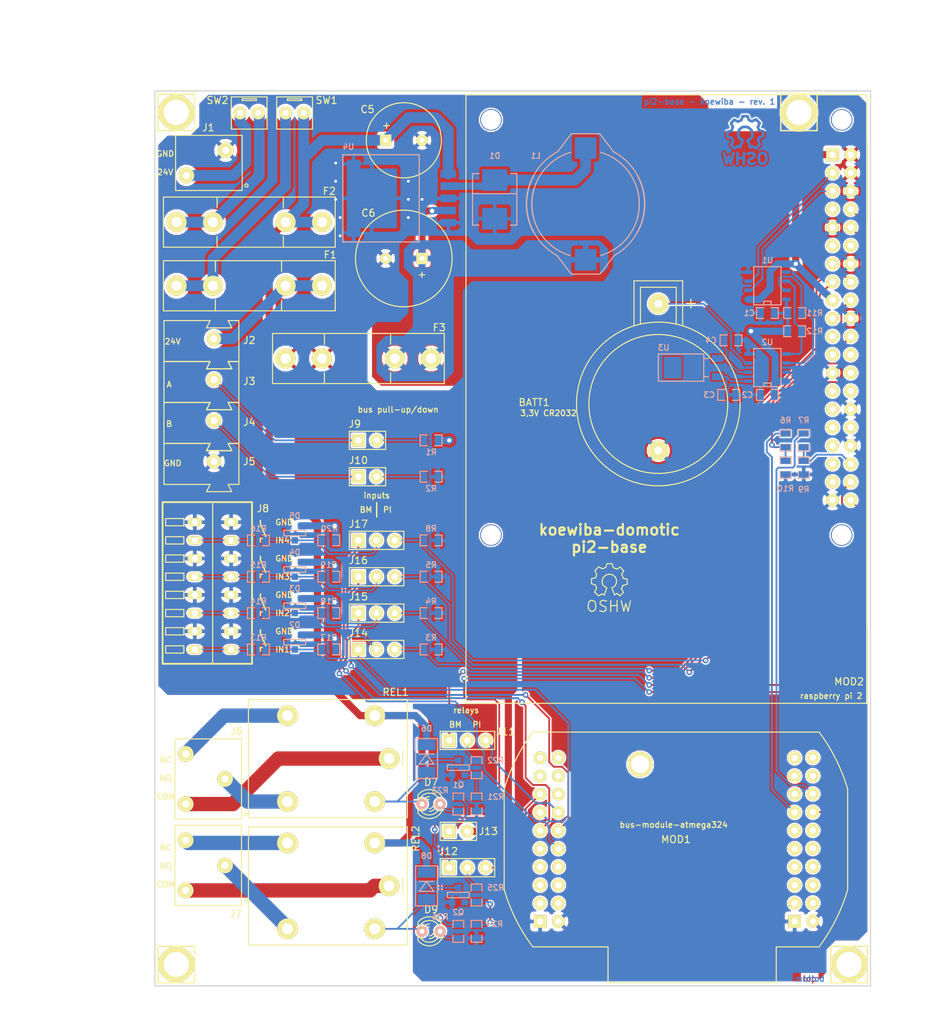
<source format=kicad_pcb>
(kicad_pcb (version 20160815) (host pcbnew no-vcs-found)
  (title_block (title pi2-base) (date 2016-12-11) (rev 1) (company KoeWiBa))
  (layers (0 F.Cu signal) (31 B.Cu signal) (34 B.Paste user) (35 F.Paste user) (36 B.SilkS user) (37 F.SilkS user) (38 B.Mask user) (39 F.Mask user) (44 Edge.Cuts user))
  (net 0 "")
  (net 1 GND)
  (net 2 "Net-(BATT1-Pad1)")
  (net 3 +5V)
  (net 4 "Net-(C3-Pad2)")
  (net 5 "Net-(C4-Pad2)")
  (net 6 +24V)
  (net 7 "Net-(C6-Pad1)")
  (net 8 "Net-(D1-Pad2)")
  (net 9 /IN1_PROT)
  (net 10 /IN2_PROT)
  (net 11 /IN3_PROT)
  (net 12 /IN4_PROT)
  (net 13 "Net-(D6-Pad1)")
  (net 14 "Net-(D7-Pad1)")
  (net 15 "Net-(D8-Pad1)")
  (net 16 "Net-(D9-Pad1)")
  (net 17 /BUS_24V)
  (net 18 "Net-(F1-Pad2)")
  (net 19 "Net-(F2-Pad1)")
  (net 20 /+24V_IN)
  (net 21 /BUS_A)
  (net 22 /BUS_B)
  (net 23 /REL1_NC)
  (net 24 /REL1_COM)
  (net 25 /REL1_NO)
  (net 26 /REL2_NO)
  (net 27 /REL2_COM)
  (net 28 /REL2_NC)
  (net 29 /IN1)
  (net 30 /IN2)
  (net 31 /IN3)
  (net 32 /IN4)
  (net 33 "Net-(J9-Pad2)")
  (net 34 "Net-(J10-Pad2)")
  (net 35 "/2 Relays/REL1")
  (net 36 /PI_REL1)
  (net 37 /PI_REL2)
  (net 38 "/2 Relays/REL2")
  (net 39 "/2 Relays/LEDVCC")
  (net 40 /BM_IN1)
  (net 41 /BM_IN2)
  (net 42 /BM_IN3)
  (net 43 /BM_IN4)
  (net 44 /BM_REL2)
  (net 45 /BM_REL1)
  (net 46 /BM_CTS)
  (net 47 /PI_TXD)
  (net 48 /BM_TXD)
  (net 49 /PI_CTS)
  (net 50 +3.3V)
  (net 51 /RTC/SDA_3V3)
  (net 52 /RTC/SCL_3V3)
  (net 53 /PI_RXD)
  (net 54 /PI_IN1)
  (net 55 /PI_IN2)
  (net 56 /PI_IN3)
  (net 57 /PI_IN4)
  (net 58 "Net-(Q1-Pad1)")
  (net 59 "Net-(Q2-Pad1)")
  (net 60 /RTC/SCL)
  (net 61 /RTC/SDA)
  (module Symbol:Symbol_OSHW-Logo_Copper (layer B.Cu) (at 178.52 38.48 180)
    (fp_text reference LOGO1 hide)
    (fp_text value "OPEN HARDWARE" hide)
    (fp_line (start 0.35052 -0.89916) (end 0.7493 -1.89992) (layer B.Cu) (width 0.381))
    (fp_line (start -0.35052 -0.89916) (end -0.70104 -1.89992) (layer B.Cu) (width 0.381))
    (fp_line (start -0.70104 -0.70104) (end -0.35052 -0.89916) (layer B.Cu) (width 0.381))
    (fp_line (start -0.94996 -0.39878) (end -0.70104 -0.70104) (layer B.Cu) (width 0.381))
    (fp_line (start -1.00076 0.09906) (end -0.94996 -0.39878) (layer B.Cu) (width 0.381))
    (fp_line (start -0.8509 0.55118) (end -1.00076 0.09906) (layer B.Cu) (width 0.381))
    (fp_line (start -0.44958 0.89916) (end -0.8509 0.55118) (layer B.Cu) (width 0.381))
    (fp_line (start -0.0508 1.00076) (end -0.44958 0.89916) (layer B.Cu) (width 0.381))
    (fp_line (start 0.39878 0.94996) (end -0.0508 1.00076) (layer B.Cu) (width 0.381))
    (fp_line (start 0.8509 0.59944) (end 0.39878 0.94996) (layer B.Cu) (width 0.381))
    (fp_line (start 1.00076 0.24892) (end 0.8509 0.59944) (layer B.Cu) (width 0.381))
    (fp_line (start 1.00076 -0.14986) (end 1.00076 0.24892) (layer B.Cu) (width 0.381))
    (fp_line (start 0.8509 -0.55118) (end 1.00076 -0.14986) (layer B.Cu) (width 0.381))
    (fp_line (start 0.65024 -0.7493) (end 0.8509 -0.55118) (layer B.Cu) (width 0.381))
    (fp_line (start 0.35052 -0.89916) (end 0.65024 -0.7493) (layer B.Cu) (width 0.381))
    (fp_line (start -1.9304 -0.5207) (end -1.7907 -0.91948) (layer B.Cu) (width 0.381))
    (fp_line (start -2.4892 -0.32004) (end -1.9304 -0.5207) (layer B.Cu) (width 0.381))
    (fp_line (start -2.47904 0.381) (end -2.4892 -0.32004) (layer B.Cu) (width 0.381))
    (fp_line (start -1.9304 0.48006) (end -2.47904 0.381) (layer B.Cu) (width 0.381))
    (fp_line (start -1.76022 0.96012) (end -1.9304 0.48006) (layer B.Cu) (width 0.381))
    (fp_line (start -2.00914 1.50114) (end -1.76022 0.96012) (layer B.Cu) (width 0.381))
    (fp_line (start -1.49098 2.02946) (end -2.00914 1.50114) (layer B.Cu) (width 0.381))
    (fp_line (start -0.9398 1.76022) (end -1.49098 2.02946) (layer B.Cu) (width 0.381))
    (fp_line (start -0.5207 1.9304) (end -0.9398 1.76022) (layer B.Cu) (width 0.381))
    (fp_line (start -0.30988 2.47904) (end -0.5207 1.9304) (layer B.Cu) (width 0.381))
    (fp_line (start 0.381 2.46126) (end -0.30988 2.47904) (layer B.Cu) (width 0.381))
    (fp_line (start 0.55118 1.92024) (end 0.381 2.46126) (layer B.Cu) (width 0.381))
    (fp_line (start 1.02108 1.71958) (end 0.55118 1.92024) (layer B.Cu) (width 0.381))
    (fp_line (start 1.53924 1.9812) (end 1.02108 1.71958) (layer B.Cu) (width 0.381))
    (fp_line (start 2.00914 1.47066) (end 1.53924 1.9812) (layer B.Cu) (width 0.381))
    (fp_line (start 1.7399 1.00076) (end 2.00914 1.47066) (layer B.Cu) (width 0.381))
    (fp_line (start 1.94056 0.42926) (end 1.7399 1.00076) (layer B.Cu) (width 0.381))
    (fp_line (start 2.49936 0.28956) (end 1.94056 0.42926) (layer B.Cu) (width 0.381))
    (fp_line (start 2.49936 -0.39116) (end 2.49936 0.28956) (layer B.Cu) (width 0.381))
    (fp_line (start 1.88976 -0.57912) (end 2.49936 -0.39116) (layer B.Cu) (width 0.381))
    (fp_line (start 1.69926 -1.04902) (end 1.88976 -0.57912) (layer B.Cu) (width 0.381))
    (fp_line (start 1.9812 -1.52908) (end 1.69926 -1.04902) (layer B.Cu) (width 0.381))
    (fp_line (start 1.50876 -2.0193) (end 1.9812 -1.52908) (layer B.Cu) (width 0.381))
    (fp_line (start 1.06934 -1.6891) (end 1.50876 -2.0193) (layer B.Cu) (width 0.381))
    (fp_line (start 0.73914 -1.8796) (end 1.06934 -1.6891) (layer B.Cu) (width 0.381))
    (fp_line (start -0.98044 -1.7399) (end -0.70104 -1.89992) (layer B.Cu) (width 0.381))
    (fp_line (start -1.50114 -2.00914) (end -0.98044 -1.7399) (layer B.Cu) (width 0.381))
    (fp_line (start -2.03962 -1.49098) (end -1.50114 -2.00914) (layer B.Cu) (width 0.381))
    (fp_line (start -1.78054 -0.92964) (end -2.03962 -1.49098) (layer B.Cu) (width 0.381))
    (fp_line (start -2.03962 -2.78892) (end -2.4003 -2.65938) (layer B.Cu) (width 0.381))
    (fp_line (start -1.9304 -3.07086) (end -2.03962 -2.78892) (layer B.Cu) (width 0.381))
    (fp_line (start -1.8796 -3.4798) (end -1.9304 -3.07086) (layer B.Cu) (width 0.381))
    (fp_line (start -1.95072 -3.93954) (end -1.8796 -3.4798) (layer B.Cu) (width 0.381))
    (fp_line (start -2.16916 -4.11988) (end -1.95072 -3.93954) (layer B.Cu) (width 0.381))
    (fp_line (start -2.47904 -4.191) (end -2.16916 -4.11988) (layer B.Cu) (width 0.381))
    (fp_line (start -2.7305 -4.06908) (end -2.47904 -4.191) (layer B.Cu) (width 0.381))
    (fp_line (start -2.93116 -3.74904) (end -2.7305 -4.06908) (layer B.Cu) (width 0.381))
    (fp_line (start -2.9591 -3.40106) (end -2.93116 -3.74904) (layer B.Cu) (width 0.381))
    (fp_line (start -2.8702 -2.91084) (end -2.9591 -3.40106) (layer B.Cu) (width 0.381))
    (fp_line (start -2.6289 -2.66954) (end -2.8702 -2.91084) (layer B.Cu) (width 0.381))
    (fp_line (start -2.37998 -2.64922) (end -2.6289 -2.66954) (layer B.Cu) (width 0.381))
    (fp_line (start -0.9906 -4.20878) (end -1.34112 -4.09956) (layer B.Cu) (width 0.381))
    (fp_line (start -0.67056 -4.18084) (end -0.9906 -4.20878) (layer B.Cu) (width 0.381))
    (fp_line (start -0.43942 -3.95986) (end -0.67056 -4.18084) (layer B.Cu) (width 0.381))
    (fp_line (start -0.48006 -3.66014) (end -0.43942 -3.95986) (layer B.Cu) (width 0.381))
    (fp_line (start -0.6604 -3.50012) (end -0.48006 -3.66014) (layer B.Cu) (width 0.381))
    (fp_line (start -1.04902 -3.37058) (end -0.6604 -3.50012) (layer B.Cu) (width 0.381))
    (fp_line (start -1.29032 -3.12928) (end -1.04902 -3.37058) (layer B.Cu) (width 0.381))
    (fp_line (start -1.25984 -2.86004) (end -1.29032 -3.12928) (layer B.Cu) (width 0.381))
    (fp_line (start -1.02108 -2.65938) (end -1.25984 -2.86004) (layer B.Cu) (width 0.381))
    (fp_line (start -0.70104 -2.66954) (end -1.02108 -2.65938) (layer B.Cu) (width 0.381))
    (fp_line (start -0.35052 -2.75082) (end -0.70104 -2.66954) (layer B.Cu) (width 0.381))
    (fp_line (start 0.20066 -4.21894) (end 0.21082 -4.20878) (layer B.Cu) (width 0.381))
    (fp_line (start 0.20066 -2.64922) (end 0.20066 -4.21894) (layer B.Cu) (width 0.381))
    (fp_line (start 1.08966 -2.65938) (end 1.08966 -4.20116) (layer B.Cu) (width 0.381))
    (fp_line (start 1.04902 -3.38074) (end 1.04902 -3.37058) (layer B.Cu) (width 0.381))
    (fp_line (start 1.03886 -3.37058) (end 1.04902 -3.38074) (layer B.Cu) (width 0.381))
    (fp_line (start 0.24892 -3.38074) (end 1.03886 -3.37058) (layer B.Cu) (width 0.381))
    (fp_line (start 2.61874 -4.17068) (end 2.9591 -2.72034) (layer B.Cu) (width 0.381))
    (fp_line (start 2.30886 -3.0988) (end 2.61874 -4.17068) (layer B.Cu) (width 0.381))
    (fp_line (start 2.02946 -4.16052) (end 2.30886 -3.0988) (layer B.Cu) (width 0.381))
    (fp_line (start 1.66878 -2.68986) (end 2.02946 -4.16052) (layer B.Cu) (width 0.381))
  )
  (module Symbol:Symbol_OSHW-Logo_SilkScreen (layer F.Cu) (at 159.52 100.98)
    (fp_text reference Symbol_OSHW-Logo_SilkScreen hide)
    (fp_text value "Open Source Hardware" hide)
  )
  (module Modules:raspberry_pi2 (layer F.Cu) (at 190.72 41.38 270)
    (fp_text reference MOD2 (at 73.6 -2.3) (layer F.SilkS))
    (fp_text value Raspberry_Pi_B2)
    (pad g thru_hole circle (at -4.87 -1.27 270) (size 3 3) (drill 2.75) (layers *.Cu *.Mask))
    (pad g thru_hole circle (at 53.13 -1.27 270) (size 3 3) (drill 2.75) (layers *.Cu *.Mask))
    (pad g thru_hole circle (at -4.87 47.73 270) (size 3 3) (drill 2.75) (layers *.Cu *.Mask))
    (pad g thru_hole circle (at 53.13 47.73 270) (size 3 3) (drill 2.75) (layers *.Cu *.Mask))
    (pad 40 thru_hole circle (at 48.26 -2.54 270) (size 1.8 1.8) (drill 0.9) (layers *.Cu *.Mask F.SilkS) (net 37 /PI_REL2))
    (pad 39 thru_hole circle (at 48.26 0 270) (size 1.8 1.8) (drill 0.9) (layers *.Cu *.Mask F.SilkS) (net 1 GND))
    (pad 38 thru_hole circle (at 45.72 -2.54 270) (size 1.8 1.8) (drill 0.9) (layers *.Cu *.Mask F.SilkS) (net 36 /PI_REL1))
    (pad 37 thru_hole circle (at 45.72 0 270) (size 1.8 1.8) (drill 0.9) (layers *.Cu *.Mask F.SilkS))
    (pad 36 thru_hole circle (at 43.18 -2.54 270) (size 1.8 1.8) (drill 0.9) (layers *.Cu *.Mask F.SilkS) (net 49 /PI_CTS))
    (pad 35 thru_hole circle (at 43.18 0 270) (size 1.8 1.8) (drill 0.9) (layers *.Cu *.Mask F.SilkS))
    (pad 34 thru_hole circle (at 40.64 -2.54 270) (size 1.8 1.8) (drill 0.9) (layers *.Cu *.Mask F.SilkS) (net 1 GND))
    (pad 33 thru_hole circle (at 40.64 0 270) (size 1.8 1.8) (drill 0.9) (layers *.Cu *.Mask F.SilkS))
    (pad 32 thru_hole circle (at 38.1 -2.54 270) (size 1.8 1.8) (drill 0.9) (layers *.Cu *.Mask F.SilkS))
    (pad 31 thru_hole circle (at 38.1 0 270) (size 1.8 1.8) (drill 0.9) (layers *.Cu *.Mask F.SilkS))
    (pad 30 thru_hole circle (at 35.56 -2.54 270) (size 1.8 1.8) (drill 0.9) (layers *.Cu *.Mask F.SilkS) (net 1 GND))
    (pad 29 thru_hole circle (at 35.56 0 270) (size 1.8 1.8) (drill 0.9) (layers *.Cu *.Mask F.SilkS))
    (pad 28 thru_hole circle (at 33.02 -2.54 270) (size 1.8 1.8) (drill 0.9) (layers *.Cu *.Mask F.SilkS))
    (pad 27 thru_hole circle (at 33.02 0 270) (size 1.8 1.8) (drill 0.9) (layers *.Cu *.Mask F.SilkS))
    (pad 1 thru_hole rect (at 0 0 270) (size 1.8 1.8) (drill 0.9) (layers *.Cu *.Mask F.SilkS) (net 50 +3.3V))
    (pad 2 thru_hole circle (at 0 -2.54 270) (size 1.8 1.8) (drill 0.9) (layers *.Cu *.Mask F.SilkS) (net 3 +5V))
    (pad 3 thru_hole circle (at 2.54 0 270) (size 1.8 1.8) (drill 0.9) (layers *.Cu *.Mask F.SilkS) (net 51 /RTC/SDA_3V3))
    (pad 4 thru_hole circle (at 2.54 -2.54 270) (size 1.8 1.8) (drill 0.9) (layers *.Cu *.Mask F.SilkS) (net 3 +5V))
    (pad 5 thru_hole circle (at 5.08 0 270) (size 1.8 1.8) (drill 0.9) (layers *.Cu *.Mask F.SilkS) (net 52 /RTC/SCL_3V3))
    (pad 6 thru_hole circle (at 5.08 -2.54 270) (size 1.8 1.8) (drill 0.9) (layers *.Cu *.Mask F.SilkS) (net 1 GND))
    (pad 7 thru_hole circle (at 7.62 0 270) (size 1.8 1.8) (drill 0.9) (layers *.Cu *.Mask F.SilkS))
    (pad 8 thru_hole circle (at 7.62 -2.54 270) (size 1.8 1.8) (drill 0.9) (layers *.Cu *.Mask F.SilkS) (net 47 /PI_TXD))
    (pad 9 thru_hole circle (at 10.16 0 270) (size 1.8 1.8) (drill 0.9) (layers *.Cu *.Mask F.SilkS) (net 1 GND))
    (pad 10 thru_hole circle (at 10.16 -2.54 270) (size 1.8 1.8) (drill 0.9) (layers *.Cu *.Mask F.SilkS) (net 53 /PI_RXD))
    (pad 11 thru_hole circle (at 12.7 0 270) (size 1.8 1.8) (drill 0.9) (layers *.Cu *.Mask F.SilkS))
    (pad 12 thru_hole circle (at 12.7 -2.54 270) (size 1.8 1.8) (drill 0.9) (layers *.Cu *.Mask F.SilkS))
    (pad 13 thru_hole circle (at 15.24 0 270) (size 1.8 1.8) (drill 0.9) (layers *.Cu *.Mask F.SilkS))
    (pad 14 thru_hole circle (at 15.24 -2.54 270) (size 1.8 1.8) (drill 0.9) (layers *.Cu *.Mask F.SilkS) (net 1 GND))
    (pad 15 thru_hole circle (at 17.78 0 270) (size 1.8 1.8) (drill 0.9) (layers *.Cu *.Mask F.SilkS) (net 54 /PI_IN1))
    (pad 16 thru_hole circle (at 17.78 -2.54 270) (size 1.8 1.8) (drill 0.9) (layers *.Cu *.Mask F.SilkS) (net 55 /PI_IN2))
    (pad 17 thru_hole circle (at 20.32 0 270) (size 1.8 1.8) (drill 0.9) (layers *.Cu *.Mask F.SilkS) (net 50 +3.3V))
    (pad 18 thru_hole circle (at 20.32 -2.54 270) (size 1.8 1.8) (drill 0.9) (layers *.Cu *.Mask F.SilkS) (net 56 /PI_IN3))
    (pad 19 thru_hole circle (at 22.86 0 270) (size 1.8 1.8) (drill 0.9) (layers *.Cu *.Mask F.SilkS))
    (pad 20 thru_hole circle (at 22.86 -2.54 270) (size 1.8 1.8) (drill 0.9) (layers *.Cu *.Mask F.SilkS) (net 1 GND))
    (pad 21 thru_hole circle (at 25.4 0 270) (size 1.8 1.8) (drill 0.9) (layers *.Cu *.Mask F.SilkS))
    (pad 22 thru_hole circle (at 25.4 -2.54 270) (size 1.8 1.8) (drill 0.9) (layers *.Cu *.Mask F.SilkS) (net 57 /PI_IN4))
    (pad 23 thru_hole circle (at 27.94 0 270) (size 1.8 1.8) (drill 0.9) (layers *.Cu *.Mask F.SilkS))
    (pad 24 thru_hole circle (at 27.94 -2.54 270) (size 1.8 1.8) (drill 0.9) (layers *.Cu *.Mask F.SilkS))
    (pad 25 thru_hole circle (at 30.48 0 270) (size 1.8 1.8) (drill 0.9) (layers *.Cu *.Mask F.SilkS) (net 1 GND))
    (pad 26 thru_hole circle (at 30.48 -2.54 270) (size 1.8 1.8) (drill 0.9) (layers *.Cu *.Mask F.SilkS))
  )
  (module Electromechanical:CR2032H (layer F.Cu) (at 166.37 76.2 90)
    (fp_text reference BATT1 (at 0.22 -17.35 180) (layer F.SilkS))
    (fp_text value 3V)
    (pad 2 thru_hole circle (at -6.49986 0 90) (size 2.8 2.8) (drill 1.1) (layers *.Cu *.Mask F.SilkS) (net 1 GND))
    (pad 1 thru_hole circle (at 14.00048 0 90) (size 2.8 2.8) (drill 1.1) (layers *.Cu *.Mask F.SilkS) (net 2 "Net-(BATT1-Pad1)"))
  )
  (module Modules:bus-module_atmega324 (layer F.Cu) (at 185.42 148.48 270)
    (fp_text reference MOD1 (at -11.46 16.59) (layer F.SilkS))
    (fp_text value bus-module_atmega324)
    (pad 40 thru_hole circle (at -22.86 33.02 270) (size 1.8 1.8) (drill 0.9) (layers *.Cu *.Mask F.SilkS))
    (pad 39 thru_hole circle (at -22.86 35.56 270) (size 1.8 1.8) (drill 0.9) (layers *.Cu *.Mask F.SilkS))
    (pad 38 thru_hole circle (at -20.32 33.02 270) (size 1.8 1.8) (drill 0.9) (layers *.Cu *.Mask F.SilkS))
    (pad 37 thru_hole circle (at -20.32 35.56 270) (size 1.8 1.8) (drill 0.9) (layers *.Cu *.Mask F.SilkS))
    (pad 36 thru_hole circle (at -17.78 33.02 270) (size 1.8 1.8) (drill 0.9) (layers *.Cu *.Mask F.SilkS))
    (pad 35 thru_hole circle (at -17.78 35.56 270) (size 1.8 1.8) (drill 0.9) (layers *.Cu *.Mask F.SilkS) (net 44 /BM_REL2))
    (pad 34 thru_hole circle (at -15.24 33.02 270) (size 1.8 1.8) (drill 0.9) (layers *.Cu *.Mask F.SilkS) (net 45 /BM_REL1))
    (pad 33 thru_hole circle (at -15.24 35.56 270) (size 1.8 1.8) (drill 0.9) (layers *.Cu *.Mask F.SilkS) (net 40 /BM_IN1))
    (pad 32 thru_hole circle (at -12.7 33.02 270) (size 1.8 1.8) (drill 0.9) (layers *.Cu *.Mask F.SilkS) (net 41 /BM_IN2))
    (pad 31 thru_hole circle (at -12.7 35.56 270) (size 1.8 1.8) (drill 0.9) (layers *.Cu *.Mask F.SilkS) (net 42 /BM_IN3))
    (pad 30 thru_hole circle (at -10.16 33.02 270) (size 1.8 1.8) (drill 0.9) (layers *.Cu *.Mask F.SilkS) (net 43 /BM_IN4))
    (pad 29 thru_hole circle (at -10.16 35.56 270) (size 1.8 1.8) (drill 0.9) (layers *.Cu *.Mask F.SilkS))
    (pad 28 thru_hole circle (at -7.62 33.02 270) (size 1.8 1.8) (drill 0.9) (layers *.Cu *.Mask F.SilkS))
    (pad 27 thru_hole circle (at -7.62 35.56 270) (size 1.8 1.8) (drill 0.9) (layers *.Cu *.Mask F.SilkS))
    (pad 26 thru_hole circle (at -5.08 33.02 270) (size 1.8 1.8) (drill 0.9) (layers *.Cu *.Mask F.SilkS))
    (pad 25 thru_hole circle (at -5.08 35.56 270) (size 1.8 1.8) (drill 0.9) (layers *.Cu *.Mask F.SilkS))
    (pad 24 thru_hole circle (at -2.54 33.02 270) (size 1.8 1.8) (drill 0.9) (layers *.Cu *.Mask F.SilkS))
    (pad 23 thru_hole circle (at -2.54 35.56 270) (size 1.8 1.8) (drill 0.9) (layers *.Cu *.Mask F.SilkS))
    (pad 22 thru_hole circle (at 0 33.02 270) (size 1.8 1.8) (drill 0.9) (layers *.Cu *.Mask F.SilkS) (net 1 GND))
    (pad 21 thru_hole rect (at 0 35.56 270) (size 1.8 1.8) (drill 0.9) (layers *.Cu *.Mask F.SilkS) (net 1 GND))
    (pad 20 thru_hole circle (at -22.89 -2.54 270) (size 1.8 1.8) (drill 0.9) (layers *.Cu *.Mask F.SilkS))
    (pad 19 thru_hole circle (at -22.86 0 270) (size 1.8 1.8) (drill 0.9) (layers *.Cu *.Mask F.SilkS))
    (pad 18 thru_hole circle (at -20.35 -2.54 270) (size 1.8 1.8) (drill 0.9) (layers *.Cu *.Mask F.SilkS))
    (pad 17 thru_hole circle (at -20.32 0 270) (size 1.8 1.8) (drill 0.9) (layers *.Cu *.Mask F.SilkS))
    (pad 16 thru_hole circle (at -17.81 -2.54 270) (size 1.8 1.8) (drill 0.9) (layers *.Cu *.Mask F.SilkS) (net 46 /BM_CTS))
    (pad 15 thru_hole circle (at -17.78 0 270) (size 1.8 1.8) (drill 0.9) (layers *.Cu *.Mask F.SilkS))
    (pad 14 thru_hole circle (at -15.27 -2.54 270) (size 1.8 1.8) (drill 0.9) (layers *.Cu *.Mask F.SilkS) (net 47 /PI_TXD))
    (pad 13 thru_hole circle (at -15.24 0 270) (size 1.8 1.8) (drill 0.9) (layers *.Cu *.Mask F.SilkS) (net 48 /BM_TXD))
    (pad 12 thru_hole circle (at -12.73 -2.54 270) (size 1.8 1.8) (drill 0.9) (layers *.Cu *.Mask F.SilkS))
    (pad 11 thru_hole circle (at -12.7 0 270) (size 1.8 1.8) (drill 0.9) (layers *.Cu *.Mask F.SilkS))
    (pad 10 thru_hole circle (at -10.19 -2.54 270) (size 1.8 1.8) (drill 0.9) (layers *.Cu *.Mask F.SilkS))
    (pad 9 thru_hole circle (at -10.16 0 270) (size 1.8 1.8) (drill 0.9) (layers *.Cu *.Mask F.SilkS))
    (pad 8 thru_hole circle (at -7.65 -2.54 270) (size 1.8 1.8) (drill 0.9) (layers *.Cu *.Mask F.SilkS))
    (pad 7 thru_hole circle (at -7.62 0 270) (size 1.8 1.8) (drill 0.9) (layers *.Cu *.Mask F.SilkS))
    (pad 6 thru_hole circle (at -5.08 -2.54 270) (size 1.8 1.8) (drill 0.9) (layers *.Cu *.Mask F.SilkS))
    (pad 5 thru_hole circle (at -5.08 0 270) (size 1.8 1.8) (drill 0.9) (layers *.Cu *.Mask F.SilkS))
    (pad 4 thru_hole circle (at -2.57 -2.54 270) (size 1.8 1.8) (drill 0.9) (layers *.Cu *.Mask F.SilkS))
    (pad 3 thru_hole circle (at -2.54 0 270) (size 1.8 1.8) (drill 0.9) (layers *.Cu *.Mask F.SilkS))
    (pad 2 thru_hole circle (at -0.03 -2.54 270) (size 1.8 1.8) (drill 0.9) (layers *.Cu *.Mask F.SilkS) (net 1 GND))
    (pad 1 thru_hole rect (at 0 0 270) (size 1.8 1.8) (drill 0.9) (layers *.Cu *.Mask F.SilkS) (net 1 GND))
    (pad 41 thru_hole circle (at -21.94 21.59 270) (size 3.5 3.5) (drill 2.5) (layers *.Cu *.Mask F.SilkS))
  )
  (module Connector_WAGO:WAGO_2081-1123 (layer F.Cu) (at 100.33 144.145 270)
    (fp_text reference J7 (at 3.302 -6.985) (layer F.SilkS))
    (fp_text value "WAGO 2081-1123")
    (pad 2 thru_hole circle (at -3.5 -5.5 270) (size 2.2 2.2) (drill 1) (layers *.Cu *.Mask F.SilkS) (net 26 /REL2_NO))
    (pad 3 thru_hole circle (at -7 0 270) (size 2.2 2.2) (drill 1) (layers *.Cu *.Mask F.SilkS) (net 28 /REL2_NC))
    (pad 1 thru_hole circle (at 0 0 270) (size 2.2 2.2) (drill 1) (layers *.Cu *.Mask F.SilkS) (net 27 /REL2_COM))
  )
  (module Relay:omron_G5LE-1 (layer F.Cu) (at 120.65 125.73 180)
    (fp_text reference REL1 (at -9.017 9.271) (layer F.SilkS))
    (fp_text value OMRON_G5LE-1)
    (pad 5 thru_hole circle (at -6.10108 5.99948 180) (size 2.9 2.9) (drill 1.5) (layers *.Cu *.Mask F.SilkS) (net 6 +24V))
    (pad 4 thru_hole circle (at 6.10108 5.99948 180) (size 2.9 2.9) (drill 1.5) (layers *.Cu *.Mask F.SilkS) (net 23 /REL1_NC))
    (pad 3 thru_hole circle (at 6.10108 -5.99948 180) (size 2.9 2.9) (drill 1.5) (layers *.Cu *.Mask F.SilkS) (net 25 /REL1_NO))
    (pad 2 thru_hole circle (at -6.10108 -5.99948 180) (size 2.9 2.9) (drill 1.5) (layers *.Cu *.Mask F.SilkS) (net 13 "Net-(D6-Pad1)"))
    (pad 1 thru_hole circle (at -8.10006 0 180) (size 2.9 2.9) (drill 1.5) (layers *.Cu *.Mask F.SilkS) (net 24 /REL1_COM))
  )
  (module Capacitors_SMD:C_0805 (layer B.Cu) (at 181.61 63.5 180)
    (fp_text reference C1 (at 2.54 0 180) (layer B.SilkS) (effects (font (size 0.8 0.8)) (justify mirror)))
    (fp_text value 100nF)
    (pad 1 smd rect (at -0.9525 0 180) (size 0.889 1.397) (layers B.Cu B.Paste B.Mask) (net 3 +5V))
    (pad 2 smd rect (at 0.9525 0 180) (size 0.889 1.397) (layers B.Cu B.Paste B.Mask) (net 1 GND))
  )
  (module Capacitors_SMD:C_0805 (layer B.Cu) (at 181.61 74.93 180)
    (fp_text reference C2 (at 2.794 0 180) (layer B.SilkS) (effects (font (size 0.8 0.8)) (justify mirror)))
    (fp_text value 100nF)
    (pad 2 smd rect (at 0.9525 0 180) (size 0.889 1.397) (layers B.Cu B.Paste B.Mask) (net 1 GND))
    (pad 1 smd rect (at -0.9525 0 180) (size 0.889 1.397) (layers B.Cu B.Paste B.Mask) (net 3 +5V))
  )
  (module Capacitors_SMD:C_0805 (layer B.Cu) (at 176.2125 74.93 180)
    (fp_text reference C3 (at 2.7305 0 180) (layer B.SilkS) (effects (font (size 0.8 0.8)) (justify mirror)))
    (fp_text value 12.5pF)
    (pad 2 smd rect (at 0.9525 0 180) (size 0.889 1.397) (layers B.Cu B.Paste B.Mask) (net 4 "Net-(C3-Pad2)"))
    (pad 1 smd rect (at -0.9525 0 180) (size 0.889 1.397) (layers B.Cu B.Paste B.Mask) (net 1 GND))
  )
  (module Capacitors_SMD:C_0805 (layer B.Cu) (at 176.53 67.31 180)
    (fp_text reference C4 (at 2.794 0 180) (layer B.SilkS) (effects (font (size 0.8 0.8)) (justify mirror)))
    (fp_text value 12.5pF)
    (pad 1 smd rect (at -0.9525 0 180) (size 0.889 1.397) (layers B.Cu B.Paste B.Mask) (net 1 GND))
    (pad 2 smd rect (at 0.9525 0 180) (size 0.889 1.397) (layers B.Cu B.Paste B.Mask) (net 5 "Net-(C4-Pad2)"))
  )
  (module Diode_SMD:D_SMC (layer B.Cu) (at 143.51 47.625 90)
    (fp_text reference D1 (at 6.096 0 180) (layer B.SilkS) (effects (font (size 0.8 0.8)) (justify mirror)))
    (fp_text value "B 340 F")
    (pad 1 smd rect (at -2.70002 0 90) (size 2.99974 3.50012) (layers B.Cu B.Paste B.Mask) (net 1 GND))
    (pad 2 smd rect (at 2.70002 0 90) (size 2.99974 3.50012) (layers B.Cu B.Paste B.Mask) (net 8 "Net-(D1-Pad2)"))
  )
  (module Housings_SOT:SOT23-3 (layer B.Cu) (at 115.57 109.474 180)
    (fp_text reference D2 (at 0 2.413 180) (layer B.SilkS) (effects (font (size 0.8 0.8)) (justify mirror)))
    (fp_text value BAT54S)
    (pad 3 smd rect (at 0 -1.016 180) (size 0.9144 0.9144) (layers B.Cu B.Paste B.Mask) (net 9 /IN1_PROT))
    (pad 1 smd rect (at 0.889 1.016 180) (size 0.9144 0.9144) (layers B.Cu B.Paste B.Mask) (net 1 GND))
    (pad 2 smd rect (at -0.889 1.016 180) (size 0.9144 0.9144) (layers B.Cu B.Paste B.Mask) (net 3 +5V))
  )
  (module Housings_SOT:SOT23-3 (layer B.Cu) (at 115.57 104.394 180)
    (fp_text reference D3 (at 0 2.413 180) (layer B.SilkS) (effects (font (size 0.8 0.8)) (justify mirror)))
    (fp_text value BAT54S)
    (pad 2 smd rect (at -0.889 1.016 180) (size 0.9144 0.9144) (layers B.Cu B.Paste B.Mask) (net 3 +5V))
    (pad 1 smd rect (at 0.889 1.016 180) (size 0.9144 0.9144) (layers B.Cu B.Paste B.Mask) (net 1 GND))
    (pad 3 smd rect (at 0 -1.016 180) (size 0.9144 0.9144) (layers B.Cu B.Paste B.Mask) (net 10 /IN2_PROT))
  )
  (module Housings_SOT:SOT23-3 (layer B.Cu) (at 115.57 99.314 180)
    (fp_text reference D4 (at 0 2.413 180) (layer B.SilkS) (effects (font (size 0.8 0.8)) (justify mirror)))
    (fp_text value BAT54S)
    (pad 3 smd rect (at 0 -1.016 180) (size 0.9144 0.9144) (layers B.Cu B.Paste B.Mask) (net 11 /IN3_PROT))
    (pad 1 smd rect (at 0.889 1.016 180) (size 0.9144 0.9144) (layers B.Cu B.Paste B.Mask) (net 1 GND))
    (pad 2 smd rect (at -0.889 1.016 180) (size 0.9144 0.9144) (layers B.Cu B.Paste B.Mask) (net 3 +5V))
  )
  (module Housings_SOT:SOT23-3 (layer B.Cu) (at 115.57 94.234 180)
    (fp_text reference D5 (at 0 2.413 180) (layer B.SilkS) (effects (font (size 0.8 0.8)) (justify mirror)))
    (fp_text value BAT54S)
    (pad 2 smd rect (at -0.889 1.016 180) (size 0.9144 0.9144) (layers B.Cu B.Paste B.Mask) (net 3 +5V))
    (pad 1 smd rect (at 0.889 1.016 180) (size 0.9144 0.9144) (layers B.Cu B.Paste B.Mask) (net 1 GND))
    (pad 3 smd rect (at 0 -1.016 180) (size 0.9144 0.9144) (layers B.Cu B.Paste B.Mask) (net 12 /IN4_PROT))
  )
  (module Diode_SMD:D_MINIMELF (layer B.Cu) (at 133.985 125.73 90)
    (fp_text reference D6 (at 4.191 0 180) (layer B.SilkS) (effects (font (size 0.8 0.8)) (justify mirror)))
    (fp_text value 1N4148)
    (pad 1 smd rect (at -1.905 0 90) (size 1.50114 2.49936) (layers B.Cu B.Paste B.Mask) (net 13 "Net-(D6-Pad1)"))
    (pad 2 smd rect (at 1.905 0 90) (size 1.50114 2.49936) (layers B.Cu B.Paste B.Mask) (net 6 +24V))
  )
  (module LED:LED_RM2.54mm_D3mm (layer F.Cu) (at 134.62 132.08 180)
    (fp_text reference D7 (at 0 3.048) (layer F.SilkS))
    (fp_text value "LED 2,2V 25mA")
    (pad 1 thru_hole circle (at -1.27 0 180) (size 1.6 1.6) (drill 0.7) (layers *.Cu *.Paste *.SilkS *.Mask) (net 14 "Net-(D7-Pad1)"))
    (pad 2 thru_hole circle (at 1.27 0 180) (size 1.6 1.6) (drill 0.7) (layers *.Cu *.Paste *.SilkS *.Mask) (net 13 "Net-(D6-Pad1)"))
  )
  (module Diode_SMD:D_MINIMELF (layer B.Cu) (at 133.985 143.51 90)
    (fp_text reference D8 (at 4.191 0 180) (layer B.SilkS) (effects (font (size 0.8 0.8)) (justify mirror)))
    (fp_text value 1N4148)
    (pad 2 smd rect (at 1.905 0 90) (size 1.50114 2.49936) (layers B.Cu B.Paste B.Mask) (net 6 +24V))
    (pad 1 smd rect (at -1.905 0 90) (size 1.50114 2.49936) (layers B.Cu B.Paste B.Mask) (net 15 "Net-(D8-Pad1)"))
  )
  (module LED:LED_RM2.54mm_D3mm (layer F.Cu) (at 134.62 149.86 180)
    (fp_text reference D9 (at 0 3.048) (layer F.SilkS))
    (fp_text value "LED 2,2V 25mA")
    (pad 2 thru_hole circle (at 1.27 0 180) (size 1.6 1.6) (drill 0.7) (layers *.Cu *.Paste *.SilkS *.Mask) (net 15 "Net-(D8-Pad1)"))
    (pad 1 thru_hole circle (at -1.27 0 180) (size 1.6 1.6) (drill 0.7) (layers *.Cu *.Paste *.SilkS *.Mask) (net 16 "Net-(D9-Pad1)"))
  )
  (module Electromechanical:FUSE5-20 (layer F.Cu) (at 109.22 59.69 180)
    (fp_text reference F1 (at -11.303 4.318 180) (layer F.SilkS))
    (fp_text value "250V 1A T")
    (pad 1 thru_hole circle (at -10.16 0 180) (size 2.8 2.8) (drill 1.4) (layers *.Cu *.Mask F.SilkS) (net 17 /BUS_24V))
    (pad 1 thru_hole circle (at -5.08 0 180) (size 2.8 2.8) (drill 1.4) (layers *.Cu *.Mask F.SilkS) (net 17 /BUS_24V))
    (pad 2 thru_hole circle (at 5.08 0 180) (size 2.8 2.8) (drill 1.4) (layers *.Cu *.Mask F.SilkS) (net 18 "Net-(F1-Pad2)"))
    (pad 2 thru_hole circle (at 10.16 0 180) (size 2.8 2.8) (drill 1.4) (layers *.Cu *.Mask F.SilkS) (net 18 "Net-(F1-Pad2)"))
  )
  (module Electromechanical:FUSE5-20 (layer F.Cu) (at 109.22 50.8)
    (fp_text reference F2 (at 11.176 -4.318) (layer F.SilkS))
    (fp_text value "250V/2,5A T")
    (pad 1 thru_hole circle (at -10.16 0) (size 2.8 2.8) (drill 1.4) (layers *.Cu *.Mask F.SilkS) (net 19 "Net-(F2-Pad1)"))
    (pad 1 thru_hole circle (at -5.08 0) (size 2.8 2.8) (drill 1.4) (layers *.Cu *.Mask F.SilkS) (net 19 "Net-(F2-Pad1)"))
    (pad 2 thru_hole circle (at 5.08 0) (size 2.8 2.8) (drill 1.4) (layers *.Cu *.Mask F.SilkS) (net 6 +24V))
    (pad 2 thru_hole circle (at 10.16 0) (size 2.8 2.8) (drill 1.4) (layers *.Cu *.Mask F.SilkS) (net 6 +24V))
  )
  (module Electromechanical:FUSE5-20 (layer F.Cu) (at 124.46 69.85 180)
    (fp_text reference F3 (at -11.303 4.318 180) (layer F.SilkS))
    (fp_text value "250V/2,5A T")
    (pad 2 thru_hole circle (at 10.16 0 180) (size 2.8 2.8) (drill 1.4) (layers *.Cu *.Mask F.SilkS) (net 3 +5V))
    (pad 2 thru_hole circle (at 5.08 0 180) (size 2.8 2.8) (drill 1.4) (layers *.Cu *.Mask F.SilkS) (net 3 +5V))
    (pad 1 thru_hole circle (at -5.08 0 180) (size 2.8 2.8) (drill 1.4) (layers *.Cu *.Mask F.SilkS) (net 7 "Net-(C6-Pad1)"))
    (pad 1 thru_hole circle (at -10.16 0 180) (size 2.8 2.8) (drill 1.4) (layers *.Cu *.Mask F.SilkS) (net 7 "Net-(C6-Pad1)"))
  )
  (module Connector_WAGO:WAGO_2081-1122 (layer F.Cu) (at 100.42 44.28 270)
    (fp_text reference J1 (at -6.688 -3.085) (layer F.SilkS))
    (fp_text value "WAGO 2081-1122")
    (pad 1 thru_hole circle (at 0 0 270) (size 2.2 2.2) (drill 1) (layers *.Cu *.Mask F.SilkS) (net 20 /+24V_IN))
    (pad 2 thru_hole circle (at -3.5 -5.5 270) (size 2.2 2.2) (drill 1) (layers *.Cu *.Mask F.SilkS) (net 1 GND))
  )
  (module Connector_WAGO:WAGO_243 (layer F.Cu) (at 107.76 64.55 270)
    (fp_text reference J2 (at 2.76 -1.46) (layer F.SilkS))
    (fp_text value "WAGO 243 orange")
    (pad 1 thru_hole circle (at 2.54 3.4798 270) (size 2 2) (drill 1) (layers *.Cu *.Mask F.SilkS) (net 17 /BUS_24V))
  )
  (module Connector_WAGO:WAGO_243 (layer F.Cu) (at 107.76 70.265 270)
    (fp_text reference J3 (at 2.76 -1.46) (layer F.SilkS))
    (fp_text value "WAGO 243 green")
    (pad 1 thru_hole circle (at 2.54 3.4798 270) (size 2 2) (drill 1) (layers *.Cu *.Mask F.SilkS) (net 21 /BUS_A))
  )
  (module Connector_WAGO:WAGO_243 (layer F.Cu) (at 107.76 75.98 270)
    (fp_text reference J4 (at 2.76 -1.46) (layer F.SilkS))
    (fp_text value "WAGO 243 grey")
    (pad 1 thru_hole circle (at 2.54 3.4798 270) (size 2 2) (drill 1) (layers *.Cu *.Mask F.SilkS) (net 22 /BUS_B))
  )
  (module Connector_WAGO:WAGO_243 (layer F.Cu) (at 107.76 81.695 270)
    (fp_text reference J5 (at 2.54 -1.46) (layer F.SilkS))
    (fp_text value "WAGO 243 blue")
    (pad 1 thru_hole circle (at 2.54 3.4798 270) (size 2 2) (drill 1) (layers *.Cu *.Mask F.SilkS) (net 1 GND))
  )
  (module Connector_WAGO:WAGO_2081-1123 (layer F.Cu) (at 100.33 132.08 270)
    (fp_text reference J6 (at -10.16 -7.112) (layer F.SilkS))
    (fp_text value "WAGO 2081-1123")
    (pad 1 thru_hole circle (at 0 0 270) (size 2.2 2.2) (drill 1) (layers *.Cu *.Mask F.SilkS) (net 24 /REL1_COM))
    (pad 3 thru_hole circle (at -7 0 270) (size 2.2 2.2) (drill 1) (layers *.Cu *.Mask F.SilkS) (net 23 /REL1_NC))
    (pad 2 thru_hole circle (at -3.5 -5.5 270) (size 2.2 2.2) (drill 1) (layers *.Cu *.Mask F.SilkS) (net 25 /REL1_NO))
  )
  (module Connector_WAGO:WAGO_233-8 (layer F.Cu) (at 101.6 110.49 90)
    (fp_text reference J8 (at 19.685 9.525 180) (layer F.SilkS))
    (fp_text value "WAGO 233-508")
    (pad 2 thru_hole oval (at 2.54 0 90) (size 1.2 2) (drill 0.9) (layers *.Cu *.Mask F.SilkS) (net 1 GND) (clearance 0.1))
    (pad 1 thru_hole oval (at 0 0 90) (size 1.2 2) (drill 0.9) (layers *.Cu *.Mask F.SilkS) (net 29 /IN1) (clearance 0.1))
    (pad 3 thru_hole oval (at 5.08 0 90) (size 1.2 2) (drill 0.9) (layers *.Cu *.Mask F.SilkS) (net 30 /IN2) (clearance 0.1))
    (pad 4 thru_hole oval (at 7.62 0 90) (size 1.2 2) (drill 0.9) (layers *.Cu *.Mask F.SilkS) (net 1 GND))
    (pad 5 thru_hole oval (at 10.16 0 90) (size 1.2 2) (drill 0.9) (layers *.Cu *.Mask F.SilkS) (net 31 /IN3))
    (pad 6 thru_hole oval (at 12.7 0 90) (size 1.2 2) (drill 0.9) (layers *.Cu *.Mask F.SilkS) (net 1 GND))
    (pad 1 thru_hole oval (at 0 5.08 90) (size 1.2 2) (drill 0.9) (layers *.Cu *.Mask F.SilkS) (net 29 /IN1))
    (pad 2 thru_hole oval (at 2.54 5.08 90) (size 1.2 2) (drill 0.9) (layers *.Cu *.Mask F.SilkS) (net 1 GND))
    (pad 3 thru_hole oval (at 5.08 5.08 90) (size 1.2 2) (drill 0.9) (layers *.Cu *.Mask F.SilkS) (net 30 /IN2))
    (pad 4 thru_hole oval (at 7.62 5.08 90) (size 1.2 2) (drill 0.9) (layers *.Cu *.Mask F.SilkS) (net 1 GND))
    (pad 5 thru_hole oval (at 10.16 5.08 90) (size 1.2 2) (drill 0.9) (layers *.Cu *.Mask F.SilkS) (net 31 /IN3))
    (pad 6 thru_hole oval (at 12.7 5.08 90) (size 1.2 2) (drill 0.9) (layers *.Cu *.Mask F.SilkS) (net 1 GND))
    (pad 8 thru_hole oval (at 17.78 0 90) (size 1.2 2) (drill 0.9) (layers *.Cu *.Mask F.SilkS) (net 1 GND))
    (pad 7 thru_hole oval (at 15.24 0 90) (size 1.2 2) (drill 0.9) (layers *.Cu *.Mask F.SilkS) (net 32 /IN4))
    (pad 8 thru_hole oval (at 17.78 5.08 90) (size 1.2 2) (drill 0.9) (layers *.Cu *.Mask F.SilkS) (net 1 GND))
    (pad 7 thru_hole oval (at 15.24 5.08 90) (size 1.2 2) (drill 0.9) (layers *.Cu *.Mask F.SilkS) (net 32 /IN4))
  )
  (module Connector_Header:HEADER_2x1 (layer F.Cu) (at 124.46 81.28)
    (fp_text reference J9 (at -0.508 -2.286) (layer F.SilkS))
    (fp_text value "BUS Pull-Up")
    (pad 1 thru_hole rect (at 0 0) (size 1.8 1.8) (drill 0.9) (layers *.Cu *.Mask F.SilkS) (net 21 /BUS_A))
    (pad 2 thru_hole circle (at 2.54 0) (size 1.8 1.8) (drill 0.9) (layers *.Cu *.Mask F.SilkS) (net 33 "Net-(J9-Pad2)"))
  )
  (module Connector_Header:HEADER_2x1 (layer F.Cu) (at 124.46 86.36)
    (fp_text reference J10 (at 0 -2.286) (layer F.SilkS))
    (fp_text value "BUS Pull-down")
    (pad 2 thru_hole circle (at 2.54 0) (size 1.8 1.8) (drill 0.9) (layers *.Cu *.Mask F.SilkS) (net 34 "Net-(J10-Pad2)"))
    (pad 1 thru_hole rect (at 0 0) (size 1.8 1.8) (drill 0.9) (layers *.Cu *.Mask F.SilkS) (net 22 /BUS_B))
  )
  (module Connector_Header:HEADER_2x1 (layer F.Cu) (at 137.16 135.89)
    (fp_text reference J13 (at 5.461 0) (layer F.SilkS))
    (fp_text value "Power LEDs")
    (pad 2 thru_hole circle (at 2.54 0) (size 1.8 1.8) (drill 0.9) (layers *.Cu *.Mask F.SilkS) (net 3 +5V))
    (pad 1 thru_hole rect (at 0 0) (size 1.8 1.8) (drill 0.9) (layers *.Cu *.Mask F.SilkS) (net 39 "/2 Relays/LEDVCC"))
  )
  (module Inductor:L_PISR (layer B.Cu) (at 156.21 48.26 270)
    (fp_text reference L1 (at -6.731 6.985) (layer B.SilkS) (effects (font (size 0.8 0.8)) (justify mirror)))
    (fp_text value 100uH)
    (pad 2 smd rect (at 7.80034 0 270) (size 2.99974 2.99974) (layers B.Cu B.Paste B.Mask) (net 7 "Net-(C6-Pad1)"))
    (pad 1 smd rect (at -7.80034 0 270) (size 2.99974 2.99974) (layers B.Cu B.Paste B.Mask) (net 8 "Net-(D1-Pad2)"))
  )
  (module Housings_SOT:SOT23-3 (layer B.Cu) (at 138.43 127)
    (fp_text reference Q1 (at 0 2.413) (layer B.SilkS) (effects (font (size 0.8 0.8)) (justify mirror)))
    (fp_text value BSS138)
    (pad 3 smd rect (at 0 -1.016) (size 0.9144 0.9144) (layers B.Cu B.Paste B.Mask) (net 13 "Net-(D6-Pad1)"))
    (pad 1 smd rect (at 0.889 1.016) (size 0.9144 0.9144) (layers B.Cu B.Paste B.Mask) (net 58 "Net-(Q1-Pad1)"))
    (pad 2 smd rect (at -0.889 1.016) (size 0.9144 0.9144) (layers B.Cu B.Paste B.Mask) (net 1 GND))
  )
  (module Housings_SOT:SOT23-3 (layer B.Cu) (at 138.43 144.78)
    (fp_text reference Q2 (at 0 2.413) (layer B.SilkS) (effects (font (size 0.8 0.8)) (justify mirror)))
    (fp_text value BSS138)
    (pad 2 smd rect (at -0.889 1.016) (size 0.9144 0.9144) (layers B.Cu B.Paste B.Mask) (net 1 GND))
    (pad 1 smd rect (at 0.889 1.016) (size 0.9144 0.9144) (layers B.Cu B.Paste B.Mask) (net 59 "Net-(Q2-Pad1)"))
    (pad 3 smd rect (at 0 -1.016) (size 0.9144 0.9144) (layers B.Cu B.Paste B.Mask) (net 15 "Net-(D8-Pad1)"))
  )
  (module Resistor:R_0805 (layer B.Cu) (at 134.62 81.28)
    (fp_text reference R1 (at 0 1.651) (layer B.SilkS) (effects (font (size 0.8 0.8)) (justify mirror)))
    (fp_text value 1k)
    (pad 1 smd rect (at -0.9525 0) (size 0.889 1.397) (layers B.Cu B.Paste B.Mask) (net 33 "Net-(J9-Pad2)"))
    (pad 2 smd rect (at 0.9525 0) (size 0.889 1.397) (layers B.Cu B.Paste B.Mask) (net 3 +5V))
  )
  (module Resistor:R_0805 (layer B.Cu) (at 134.62 86.36)
    (fp_text reference R2 (at 0 1.651) (layer B.SilkS) (effects (font (size 0.8 0.8)) (justify mirror)))
    (fp_text value 1k)
    (pad 2 smd rect (at 0.9525 0) (size 0.889 1.397) (layers B.Cu B.Paste B.Mask) (net 1 GND))
    (pad 1 smd rect (at -0.9525 0) (size 0.889 1.397) (layers B.Cu B.Paste B.Mask) (net 34 "Net-(J10-Pad2)"))
  )
  (module Resistor:R_0805 (layer B.Cu) (at 134.62 110.49 180)
    (fp_text reference R3 (at 0 1.651 180) (layer B.SilkS) (effects (font (size 0.8 0.8)) (justify mirror)))
    (fp_text value 100k)
    (pad 2 smd rect (at 0.9525 0 180) (size 0.889 1.397) (layers B.Cu B.Paste B.Mask) (net 54 /PI_IN1))
    (pad 1 smd rect (at -0.9525 0 180) (size 0.889 1.397) (layers B.Cu B.Paste B.Mask) (net 1 GND))
  )
  (module Resistor:R_0805 (layer B.Cu) (at 134.62 105.41 180)
    (fp_text reference R4 (at 0 1.651 180) (layer B.SilkS) (effects (font (size 0.8 0.8)) (justify mirror)))
    (fp_text value 100k)
    (pad 2 smd rect (at 0.9525 0 180) (size 0.889 1.397) (layers B.Cu B.Paste B.Mask) (net 55 /PI_IN2))
    (pad 1 smd rect (at -0.9525 0 180) (size 0.889 1.397) (layers B.Cu B.Paste B.Mask) (net 1 GND))
  )
  (module Resistor:R_0805 (layer B.Cu) (at 134.62 100.33 180)
    (fp_text reference R5 (at 0 1.651 180) (layer B.SilkS) (effects (font (size 0.8 0.8)) (justify mirror)))
    (fp_text value 100k)
    (pad 1 smd rect (at -0.9525 0 180) (size 0.889 1.397) (layers B.Cu B.Paste B.Mask) (net 1 GND))
    (pad 2 smd rect (at 0.9525 0 180) (size 0.889 1.397) (layers B.Cu B.Paste B.Mask) (net 56 /PI_IN3))
  )
  (module Resistor:R_0805 (layer B.Cu) (at 184.15 81.28 270)
    (fp_text reference R6 (at -2.794 0) (layer B.SilkS) (effects (font (size 0.8 0.8)) (justify mirror)))
    (fp_text value 56k)
    (pad 1 smd rect (at -0.9525 0 270) (size 0.889 1.397) (layers B.Cu B.Paste B.Mask) (net 48 /BM_TXD))
    (pad 2 smd rect (at 0.9525 0 270) (size 0.889 1.397) (layers B.Cu B.Paste B.Mask) (net 53 /PI_RXD))
  )
  (module Resistor:R_0805 (layer B.Cu) (at 186.69 81.28 270)
    (fp_text reference R7 (at -2.794 0) (layer B.SilkS) (effects (font (size 0.8 0.8)) (justify mirror)))
    (fp_text value 56k)
    (pad 2 smd rect (at 0.9525 0 270) (size 0.889 1.397) (layers B.Cu B.Paste B.Mask) (net 49 /PI_CTS))
    (pad 1 smd rect (at -0.9525 0 270) (size 0.889 1.397) (layers B.Cu B.Paste B.Mask) (net 46 /BM_CTS))
  )
  (module Resistor:R_0805 (layer B.Cu) (at 134.62 95.25 180)
    (fp_text reference R8 (at 0 1.651 180) (layer B.SilkS) (effects (font (size 0.8 0.8)) (justify mirror)))
    (fp_text value 100k)
    (pad 1 smd rect (at -0.9525 0 180) (size 0.889 1.397) (layers B.Cu B.Paste B.Mask) (net 1 GND))
    (pad 2 smd rect (at 0.9525 0 180) (size 0.889 1.397) (layers B.Cu B.Paste B.Mask) (net 57 /PI_IN4))
  )
  (module Resistor:R_0805 (layer B.Cu) (at 186.69 85.09 270)
    (fp_text reference R9 (at 3.048 0) (layer B.SilkS) (effects (font (size 0.8 0.8)) (justify mirror)))
    (fp_text value 100k)
    (pad 2 smd rect (at 0.9525 0 270) (size 0.889 1.397) (layers B.Cu B.Paste B.Mask) (net 1 GND))
    (pad 1 smd rect (at -0.9525 0 270) (size 0.889 1.397) (layers B.Cu B.Paste B.Mask) (net 49 /PI_CTS))
  )
  (module Resistor:R_0805 (layer B.Cu) (at 184.15 85.09 270)
    (fp_text reference R10 (at 2.921 0) (layer B.SilkS) (effects (font (size 0.8 0.8)) (justify mirror)))
    (fp_text value 100k)
    (pad 2 smd rect (at 0.9525 0 270) (size 0.889 1.397) (layers B.Cu B.Paste B.Mask) (net 1 GND))
    (pad 1 smd rect (at -0.9525 0 270) (size 0.889 1.397) (layers B.Cu B.Paste B.Mask) (net 53 /PI_RXD))
  )
  (module Resistor:R_0805 (layer B.Cu) (at 185.42 63.5)
    (fp_text reference R11 (at 2.794 0) (layer B.SilkS) (effects (font (size 0.8 0.8)) (justify mirror)))
    (fp_text value 10k)
    (pad 2 smd rect (at 0.9525 0) (size 0.889 1.397) (layers B.Cu B.Paste B.Mask) (net 60 /RTC/SCL))
    (pad 1 smd rect (at -0.9525 0) (size 0.889 1.397) (layers B.Cu B.Paste B.Mask) (net 3 +5V))
  )
  (module Resistor:R_0805 (layer B.Cu) (at 185.42 66.04)
    (fp_text reference R12 (at 2.794 0) (layer B.SilkS) (effects (font (size 0.8 0.8)) (justify mirror)))
    (fp_text value 10k)
    (pad 1 smd rect (at -0.9525 0) (size 0.889 1.397) (layers B.Cu B.Paste B.Mask) (net 3 +5V))
    (pad 2 smd rect (at 0.9525 0) (size 0.889 1.397) (layers B.Cu B.Paste B.Mask) (net 61 /RTC/SDA))
  )
  (module Resistor:R_0805 (layer B.Cu) (at 110.49 110.49)
    (fp_text reference R13 (at 0 -1.651) (layer B.SilkS) (effects (font (size 0.8 0.8)) (justify mirror)))
    (fp_text value 4k7)
    (pad 2 smd rect (at 0.9525 0) (size 0.889 1.397) (layers B.Cu B.Paste B.Mask) (net 9 /IN1_PROT))
    (pad 1 smd rect (at -0.9525 0) (size 0.889 1.397) (layers B.Cu B.Paste B.Mask) (net 29 /IN1))
  )
  (module Resistor:R_0805 (layer B.Cu) (at 110.49 105.41)
    (fp_text reference R14 (at 0 -1.651) (layer B.SilkS) (effects (font (size 0.8 0.8)) (justify mirror)))
    (fp_text value 4k7)
    (pad 1 smd rect (at -0.9525 0) (size 0.889 1.397) (layers B.Cu B.Paste B.Mask) (net 30 /IN2))
    (pad 2 smd rect (at 0.9525 0) (size 0.889 1.397) (layers B.Cu B.Paste B.Mask) (net 10 /IN2_PROT))
  )
  (module Resistor:R_0805 (layer B.Cu) (at 110.49 100.33)
    (fp_text reference R15 (at 0 -1.651) (layer B.SilkS) (effects (font (size 0.8 0.8)) (justify mirror)))
    (fp_text value 4k7)
    (pad 2 smd rect (at 0.9525 0) (size 0.889 1.397) (layers B.Cu B.Paste B.Mask) (net 11 /IN3_PROT))
    (pad 1 smd rect (at -0.9525 0) (size 0.889 1.397) (layers B.Cu B.Paste B.Mask) (net 31 /IN3))
  )
  (module Resistor:R_0805 (layer B.Cu) (at 110.49 95.25)
    (fp_text reference R16 (at 0 -1.651) (layer B.SilkS) (effects (font (size 0.8 0.8)) (justify mirror)))
    (fp_text value 4k7)
    (pad 2 smd rect (at 0.9525 0) (size 0.889 1.397) (layers B.Cu B.Paste B.Mask) (net 12 /IN4_PROT))
    (pad 1 smd rect (at -0.9525 0) (size 0.889 1.397) (layers B.Cu B.Paste B.Mask) (net 32 /IN4))
  )
  (module Resistor:R_0805 (layer B.Cu) (at 120.3325 110.49 180)
    (fp_text reference R17 (at 0 1.651 180) (layer B.SilkS) (effects (font (size 0.8 0.8)) (justify mirror)))
    (fp_text value 56k)
    (pad 1 smd rect (at -0.9525 0 180) (size 0.889 1.397) (layers B.Cu B.Paste B.Mask) (net 3 +5V))
    (pad 2 smd rect (at 0.9525 0 180) (size 0.889 1.397) (layers B.Cu B.Paste B.Mask) (net 9 /IN1_PROT))
  )
  (module Resistor:R_0805 (layer B.Cu) (at 120.3325 105.41 180)
    (fp_text reference R18 (at 0 1.651 180) (layer B.SilkS) (effects (font (size 0.8 0.8)) (justify mirror)))
    (fp_text value 56k)
    (pad 1 smd rect (at -0.9525 0 180) (size 0.889 1.397) (layers B.Cu B.Paste B.Mask) (net 3 +5V))
    (pad 2 smd rect (at 0.9525 0 180) (size 0.889 1.397) (layers B.Cu B.Paste B.Mask) (net 10 /IN2_PROT))
  )
  (module Resistor:R_0805 (layer B.Cu) (at 120.3325 100.33 180)
    (fp_text reference R19 (at 0 1.651 180) (layer B.SilkS) (effects (font (size 0.8 0.8)) (justify mirror)))
    (fp_text value 56k)
    (pad 1 smd rect (at -0.9525 0 180) (size 0.889 1.397) (layers B.Cu B.Paste B.Mask) (net 3 +5V))
    (pad 2 smd rect (at 0.9525 0 180) (size 0.889 1.397) (layers B.Cu B.Paste B.Mask) (net 11 /IN3_PROT))
  )
  (module Resistor:R_0805 (layer B.Cu) (at 120.3325 95.25 180)
    (fp_text reference R20 (at -0.0635 1.651 180) (layer B.SilkS) (effects (font (size 0.8 0.8)) (justify mirror)))
    (fp_text value 56k)
    (pad 2 smd rect (at 0.9525 0 180) (size 0.889 1.397) (layers B.Cu B.Paste B.Mask) (net 12 /IN4_PROT))
    (pad 1 smd rect (at -0.9525 0 180) (size 0.889 1.397) (layers B.Cu B.Paste B.Mask) (net 3 +5V))
  )
  (module Resistor:R_0805 (layer B.Cu) (at 140.97 132.08 90)
    (fp_text reference R21 (at 1.016 2.667 180) (layer B.SilkS) (effects (font (size 0.8 0.8)) (justify mirror)))
    (fp_text value 10k)
    (pad 1 smd rect (at -0.9525 0 90) (size 0.889 1.397) (layers B.Cu B.Paste B.Mask) (net 1 GND))
    (pad 2 smd rect (at 0.9525 0 90) (size 0.889 1.397) (layers B.Cu B.Paste B.Mask) (net 58 "Net-(Q1-Pad1)"))
  )
  (module Resistor:R_0805 (layer B.Cu) (at 140.97 127 90)
    (fp_text reference R22 (at 1.016 2.667 180) (layer B.SilkS) (effects (font (size 0.8 0.8)) (justify mirror)))
    (fp_text value 100)
    (pad 2 smd rect (at 0.9525 0 90) (size 0.889 1.397) (layers B.Cu B.Paste B.Mask) (net 35 "/2 Relays/REL1"))
    (pad 1 smd rect (at -0.9525 0 90) (size 0.889 1.397) (layers B.Cu B.Paste B.Mask) (net 58 "Net-(Q1-Pad1)"))
  )
  (module Resistor:R_0805 (layer B.Cu) (at 138.43 132.08 90)
    (fp_text reference R23 (at 1.905 -2.54 180) (layer B.SilkS) (effects (font (size 0.8 0.8)) (justify mirror)))
    (fp_text value 1k)
    (pad 2 smd rect (at 0.9525 0 90) (size 0.889 1.397) (layers B.Cu B.Paste B.Mask) (net 39 "/2 Relays/LEDVCC"))
    (pad 1 smd rect (at -0.9525 0 90) (size 0.889 1.397) (layers B.Cu B.Paste B.Mask) (net 14 "Net-(D7-Pad1)"))
  )
  (module Resistor:R_0805 (layer B.Cu) (at 140.97 149.86 90)
    (fp_text reference R24 (at 1.016 2.54 180) (layer B.SilkS) (effects (font (size 0.8 0.8)) (justify mirror)))
    (fp_text value 10k)
    (pad 1 smd rect (at -0.9525 0 90) (size 0.889 1.397) (layers B.Cu B.Paste B.Mask) (net 1 GND))
    (pad 2 smd rect (at 0.9525 0 90) (size 0.889 1.397) (layers B.Cu B.Paste B.Mask) (net 59 "Net-(Q2-Pad1)"))
  )
  (module Resistor:R_0805 (layer B.Cu) (at 140.97 144.78 90)
    (fp_text reference R25 (at 1.016 2.667 180) (layer B.SilkS) (effects (font (size 0.8 0.8)) (justify mirror)))
    (fp_text value 100)
    (pad 1 smd rect (at -0.9525 0 90) (size 0.889 1.397) (layers B.Cu B.Paste B.Mask) (net 59 "Net-(Q2-Pad1)"))
    (pad 2 smd rect (at 0.9525 0 90) (size 0.889 1.397) (layers B.Cu B.Paste B.Mask) (net 38 "/2 Relays/REL2"))
  )
  (module Resistor:R_0805 (layer B.Cu) (at 138.43 149.86 90)
    (fp_text reference R26 (at 2.032 -2.54 180) (layer B.SilkS) (effects (font (size 0.8 0.8)) (justify mirror)))
    (fp_text value 1k)
    (pad 1 smd rect (at -0.9525 0 90) (size 0.889 1.397) (layers B.Cu B.Paste B.Mask) (net 16 "Net-(D9-Pad1)"))
    (pad 2 smd rect (at 0.9525 0 90) (size 0.889 1.397) (layers B.Cu B.Paste B.Mask) (net 39 "/2 Relays/LEDVCC"))
  )
  (module Relay:omron_G5LE-1 (layer F.Cu) (at 120.65 143.51 180)
    (fp_text reference REL2 (at -11.811 6.604 90) (layer F.SilkS))
    (fp_text value OMRON_G5LE-1)
    (pad 1 thru_hole circle (at -8.10006 0 180) (size 2.9 2.9) (drill 1.5) (layers *.Cu *.Mask F.SilkS) (net 27 /REL2_COM))
    (pad 2 thru_hole circle (at -6.10108 -5.99948 180) (size 2.9 2.9) (drill 1.5) (layers *.Cu *.Mask F.SilkS) (net 15 "Net-(D8-Pad1)"))
    (pad 3 thru_hole circle (at 6.10108 -5.99948 180) (size 2.9 2.9) (drill 1.5) (layers *.Cu *.Mask F.SilkS) (net 26 /REL2_NO))
    (pad 4 thru_hole circle (at 6.10108 5.99948 180) (size 2.9 2.9) (drill 1.5) (layers *.Cu *.Mask F.SilkS) (net 28 /REL2_NC))
    (pad 5 thru_hole circle (at -6.10108 5.99948 180) (size 2.9 2.9) (drill 1.5) (layers *.Cu *.Mask F.SilkS) (net 6 +24V))
  )
  (module Connector_Header:PCB_CON2 (layer F.Cu) (at 114.3 35.56)
    (fp_text reference SW1 (at 5.715 -1.778) (layer F.SilkS))
    (fp_text value SWITCH)
    (pad 2 thru_hole circle (at 2.51968 0) (size 1.8 1.8) (drill 0.9) (layers *.Cu *.Mask F.SilkS) (net 6 +24V))
    (pad 1 thru_hole circle (at -0.02032 0) (size 1.8 1.8) (drill 0.9) (layers *.Cu *.Mask F.SilkS) (net 18 "Net-(F1-Pad2)"))
  )
  (module Connector_Header:PCB_CON2 (layer F.Cu) (at 107.95 35.56)
    (fp_text reference SW2 (at -3.175 -1.778) (layer F.SilkS))
    (fp_text value MAIN)
    (pad 1 thru_hole circle (at -0.02032 0) (size 1.8 1.8) (drill 0.9) (layers *.Cu *.Mask F.SilkS) (net 20 /+24V_IN))
    (pad 2 thru_hole circle (at 2.51968 0) (size 1.8 1.8) (drill 0.9) (layers *.Cu *.Mask F.SilkS) (net 19 "Net-(F2-Pad1)"))
  )
  (module Housings_SOIC:SO8E (layer B.Cu) (at 181.61 59.69 90)
    (fp_text reference U1 (at 3.556 0 180) (layer B.SilkS) (effects (font (size 0.8 0.8)) (justify mirror)))
    (fp_text value PCA9517)
    (pad 4 smd rect (at 1.905 -2.667 90) (size 0.508 1.143) (layers B.Cu B.Paste B.Mask) (net 1 GND))
    (pad 3 smd rect (at 0.635 -2.667 90) (size 0.508 1.143) (layers B.Cu B.Paste B.Mask) (net 51 /RTC/SDA_3V3))
    (pad 2 smd rect (at -0.635 -2.667 90) (size 0.508 1.143) (layers B.Cu B.Paste B.Mask) (net 52 /RTC/SCL_3V3))
    (pad 5 smd rect (at 1.905 2.667 90) (size 0.508 1.143) (layers B.Cu B.Paste B.Mask))
    (pad 6 smd rect (at 0.635 2.667 90) (size 0.508 1.143) (layers B.Cu B.Paste B.Mask) (net 61 /RTC/SDA))
    (pad 7 smd rect (at -0.635 2.667 90) (size 0.508 1.143) (layers B.Cu B.Paste B.Mask) (net 60 /RTC/SCL))
    (pad 1 smd rect (at -1.905 -2.667 90) (size 0.508 1.143) (layers B.Cu B.Paste B.Mask) (net 50 +3.3V))
    (pad 8 smd rect (at -1.905 2.667 90) (size 0.508 1.143) (layers B.Cu B.Paste B.Mask) (net 3 +5V))
  )
  (module Housings_SOIC:SO8E (layer B.Cu) (at 181.61 71.12 90)
    (fp_text reference U2 (at 3.556 0 180) (layer B.SilkS) (effects (font (size 0.8 0.8)) (justify mirror)))
    (fp_text value DS1307)
    (pad 8 smd rect (at -1.905 2.667 90) (size 0.508 1.143) (layers B.Cu B.Paste B.Mask) (net 3 +5V))
    (pad 1 smd rect (at -1.905 -2.667 90) (size 0.508 1.143) (layers B.Cu B.Paste B.Mask) (net 4 "Net-(C3-Pad2)"))
    (pad 7 smd rect (at -0.635 2.667 90) (size 0.508 1.143) (layers B.Cu B.Paste B.Mask))
    (pad 6 smd rect (at 0.635 2.667 90) (size 0.508 1.143) (layers B.Cu B.Paste B.Mask) (net 60 /RTC/SCL))
    (pad 5 smd rect (at 1.905 2.667 90) (size 0.508 1.143) (layers B.Cu B.Paste B.Mask) (net 61 /RTC/SDA))
    (pad 2 smd rect (at -0.635 -2.667 90) (size 0.508 1.143) (layers B.Cu B.Paste B.Mask) (net 5 "Net-(C4-Pad2)"))
    (pad 3 smd rect (at 0.635 -2.667 90) (size 0.508 1.143) (layers B.Cu B.Paste B.Mask) (net 2 "Net-(BATT1-Pad1)"))
    (pad 4 smd rect (at 1.905 -2.667 90) (size 0.508 1.143) (layers B.Cu B.Paste B.Mask) (net 1 GND))
  )
  (module Crystal:CRY_MS1V-7_SMD (layer B.Cu) (at 174.625 71.12)
    (fp_text reference U3 (at -7.493 -2.794) (layer B.SilkS) (effects (font (size 0.8 0.8)) (justify mirror)))
    (fp_text value 32.768kHz)
    (pad 1 smd rect (at 0 1.27) (size 1.6002 1.00076) (layers B.Cu B.Paste B.Mask) (net 4 "Net-(C3-Pad2)"))
    (pad 2 smd rect (at 0 -1.27) (size 1.6002 1.00076) (layers B.Cu B.Paste B.Mask) (net 5 "Net-(C4-Pad2)"))
    (pad 3 smd rect (at -6.25094 0) (size 2.49936 2.99974) (layers B.Cu B.Paste B.Mask))
  )
  (module Housings_TO:TO263_5 (layer B.Cu) (at 137.02 47.48)
    (fp_text reference U4 (at -13.957 -7.221) (layer B.SilkS) (effects (font (size 0.8 0.8)) (justify mirror)))
    (fp_text value LM2576)
    (pad 3 smd rect (at 0 0) (size 2.159 1.0668) (layers B.Cu B.Paste B.Mask) (net 1 GND))
    (pad 2 smd rect (at 0 -1.7018) (size 2.159 1.0668) (layers B.Cu B.Paste B.Mask) (net 8 "Net-(D1-Pad2)"))
    (pad 4 smd rect (at 0 1.7018) (size 2.159 1.0668) (layers B.Cu B.Paste B.Mask) (net 7 "Net-(C6-Pad1)"))
    (pad 5 smd rect (at 0 3.4036) (size 2.159 1.0668) (layers B.Cu B.Paste B.Mask) (net 1 GND))
    (pad 1 smd rect (at 0 -3.4036) (size 2.159 1.0668) (layers B.Cu B.Paste B.Mask) (net 6 +24V))
    (pad 3 smd rect (at -10.6807 0) (size 6.985 8.3312) (layers B.Cu B.Paste B.Mask) (net 1 GND))
    (pad 3 smd rect (at -13.2207 4.7752) (size 1.905 1.2319) (layers B.Cu B.Paste B.Mask) (net 1 GND))
    (pad 3 smd rect (at -13.2207 -4.7752) (size 1.905 1.2319) (layers B.Cu B.Paste B.Mask) (net 1 GND))
  )
  (module Connector_Header:HEADER_3x1 (layer F.Cu) (at 137.16 123.19)
    (fp_text reference J11 (at 7.86 -1.21) (layer F.SilkS))
    (fp_text value JUMPER3)
    (pad 1 thru_hole rect (at 0 0) (size 1.8 1.8) (drill 0.9) (layers *.Cu *.Mask F.SilkS) (net 36 /PI_REL1))
    (pad 2 thru_hole circle (at 2.54 0) (size 1.8 1.8) (drill 0.9) (layers *.Cu *.Mask F.SilkS) (net 35 "/2 Relays/REL1"))
    (pad 3 thru_hole circle (at 5.08 0) (size 1.8 1.8) (drill 0.9) (layers *.Cu *.Mask F.SilkS) (net 45 /BM_REL1))
  )
  (module Connector_Header:HEADER_3x1 (layer F.Cu) (at 137.16 140.97)
    (fp_text reference J12 (at -0.127 -2.286) (layer F.SilkS))
    (fp_text value JUMPER3)
    (pad 3 thru_hole circle (at 5.08 0) (size 1.8 1.8) (drill 0.9) (layers *.Cu *.Mask F.SilkS) (net 44 /BM_REL2))
    (pad 2 thru_hole circle (at 2.54 0) (size 1.8 1.8) (drill 0.9) (layers *.Cu *.Mask F.SilkS) (net 38 "/2 Relays/REL2"))
    (pad 1 thru_hole rect (at 0 0) (size 1.8 1.8) (drill 0.9) (layers *.Cu *.Mask F.SilkS) (net 37 /PI_REL2))
  )
  (module Connector_Header:HEADER_3x1 (layer F.Cu) (at 124.46 110.49)
    (fp_text reference J14 (at 0 -2.286) (layer F.SilkS))
    (fp_text value JUMPER3)
    (pad 3 thru_hole circle (at 5.08 0) (size 1.8 1.8) (drill 0.9) (layers *.Cu *.Mask F.SilkS) (net 54 /PI_IN1))
    (pad 2 thru_hole circle (at 2.54 0) (size 1.8 1.8) (drill 0.9) (layers *.Cu *.Mask F.SilkS) (net 9 /IN1_PROT))
    (pad 1 thru_hole rect (at 0 0) (size 1.8 1.8) (drill 0.9) (layers *.Cu *.Mask F.SilkS) (net 40 /BM_IN1))
  )
  (module Connector_Header:HEADER_3x1 (layer F.Cu) (at 124.46 105.41)
    (fp_text reference J15 (at 0 -2.286) (layer F.SilkS))
    (fp_text value JUMPER3)
    (pad 1 thru_hole rect (at 0 0) (size 1.8 1.8) (drill 0.9) (layers *.Cu *.Mask F.SilkS) (net 41 /BM_IN2))
    (pad 2 thru_hole circle (at 2.54 0) (size 1.8 1.8) (drill 0.9) (layers *.Cu *.Mask F.SilkS) (net 10 /IN2_PROT))
    (pad 3 thru_hole circle (at 5.08 0) (size 1.8 1.8) (drill 0.9) (layers *.Cu *.Mask F.SilkS) (net 55 /PI_IN2))
  )
  (module Connector_Header:HEADER_3x1 (layer F.Cu) (at 124.46 100.33)
    (fp_text reference J16 (at 0 -2.286) (layer F.SilkS))
    (fp_text value JUMPER3)
    (pad 1 thru_hole rect (at 0 0) (size 1.8 1.8) (drill 0.9) (layers *.Cu *.Mask F.SilkS) (net 42 /BM_IN3))
    (pad 2 thru_hole circle (at 2.54 0) (size 1.8 1.8) (drill 0.9) (layers *.Cu *.Mask F.SilkS) (net 11 /IN3_PROT))
    (pad 3 thru_hole circle (at 5.08 0) (size 1.8 1.8) (drill 0.9) (layers *.Cu *.Mask F.SilkS) (net 56 /PI_IN3))
  )
  (module Connector_Header:HEADER_3x1 (layer F.Cu) (at 124.46 95.25)
    (fp_text reference J17 (at 0 -2.286) (layer F.SilkS))
    (fp_text value JUMPER3)
    (pad 3 thru_hole circle (at 5.08 0) (size 1.8 1.8) (drill 0.9) (layers *.Cu *.Mask F.SilkS) (net 57 /PI_IN4))
    (pad 2 thru_hole circle (at 2.54 0) (size 1.8 1.8) (drill 0.9) (layers *.Cu *.Mask F.SilkS) (net 12 /IN4_PROT))
    (pad 1 thru_hole rect (at 0 0) (size 1.8 1.8) (drill 0.9) (layers *.Cu *.Mask F.SilkS) (net 43 /BM_IN4))
  )
  (module Mechanical:HOLE_3.5mm (layer F.Cu) (at 99.02 35.48)
    (fp_text reference H1 hide)
    (fp_text value HOLE hide)
    (pad 1 thru_hole circle (at 0 0) (size 5 5) (drill 3.5) (layers *.Cu *.Mask F.SilkS))
  )
  (module Mechanical:HOLE_3.5mm (layer F.Cu) (at 99.02 154.48)
    (fp_text reference H2 hide)
    (fp_text value HOLE hide)
    (pad 1 thru_hole circle (at 0 0) (size 5 5) (drill 3.5) (layers *.Cu *.Mask F.SilkS))
  )
  (module Mechanical:HOLE_3.5mm (layer F.Cu) (at 186.02 35.48)
    (fp_text reference H3 hide)
    (fp_text value HOLE hide)
    (pad 1 thru_hole circle (at 0 0) (size 5 5) (drill 3.5) (layers *.Cu *.Mask F.SilkS))
  )
  (module Mechanical:HOLE_3.5mm (layer F.Cu) (at 193.02 154.48)
    (fp_text reference H4 hide)
    (fp_text value HOLE hide)
    (pad 1 thru_hole circle (at 0 0) (size 5 5) (drill 3.5) (layers *.Cu *.Mask F.SilkS))
  )
  (module Capacitors_THT:CP_RM5.08mm_D10.5mm (layer F.Cu) (at 130.81 39.37)
    (fp_text reference C5 (at -5.08 -4.318) (layer F.SilkS))
    (fp_text value 100uF)
    (pad 1 thru_hole rect (at -2.54 0) (size 1.6 1.6) (drill 0.7) (layers *.Cu *.Mask F.SilkS) (net 6 +24V))
    (pad 2 thru_hole circle (at 2.54 0) (size 1.6 1.6) (drill 0.7) (layers *.Cu *.Mask F.SilkS) (net 1 GND))
  )
  (module Capacitors_THT:CP_RM5.08mm_D13.5mm (layer F.Cu) (at 130.81 55.88 180)
    (fp_text reference C6 (at 4.953 6.35 180) (layer F.SilkS))
    (fp_text value 1000uF)
    (pad 1 thru_hole rect (at -2.54 0 180) (size 1.6 1.6) (drill 0.7) (layers *.Cu *.Mask F.SilkS) (net 7 "Net-(C6-Pad1)"))
    (pad 2 thru_hole circle (at 2.54 0 180) (size 1.6 1.6) (drill 0.7) (layers *.Cu *.Mask F.SilkS) (net 1 GND))
  )
  (gr_text "GND\n\n24V" (at 97.4725 42.545) (layer F.SilkS) (effects (font (size 0.8 0.8))))
  (gr_text IN1 (at 112.77 110.49) (layer F.SilkS) (effects (font (size 0.8 0.8)) (justify left)))
  (gr_text GND (at 112.77 107.95) (layer F.SilkS) (effects (font (size 0.8 0.8)) (justify left)))
  (gr_text IN2 (at 112.77 105.41) (layer F.SilkS) (effects (font (size 0.8 0.8)) (justify left)))
  (gr_text GND (at 112.77 102.87) (layer F.SilkS) (effects (font (size 0.8 0.8)) (justify left)))
  (gr_text IN3 (at 112.77 100.33) (layer F.SilkS) (effects (font (size 0.8 0.8)) (justify left)))
  (gr_text GND (at 112.77 97.79) (layer F.SilkS) (effects (font (size 0.8 0.8)) (justify left)))
  (gr_text IN4 (at 112.77 95.25) (layer F.SilkS) (effects (font (size 0.8 0.8)) (justify left)))
  (gr_text GND (at 112.77 92.73) (layer F.SilkS) (effects (font (size 0.8 0.8)) (justify left)))
  (gr_line (start 111.02 110.23) (end 110.77 110.23) (layer F.SilkS) (width 0.2))
  (gr_line (start 110.77 107.73) (end 110.77 108.23) (layer F.SilkS) (width 0.2))
  (gr_line (start 110.77 108.23) (end 111.52 109.98) (layer F.SilkS) (width 0.2))
  (gr_line (start 110.77 110.23) (end 110.77 110.73) (layer F.SilkS) (width 0.2))
  (gr_line (start 111.02 105.23) (end 110.77 105.23) (layer F.SilkS) (width 0.2))
  (gr_line (start 110.77 102.73) (end 110.77 103.23) (layer F.SilkS) (width 0.2))
  (gr_line (start 110.77 103.23) (end 111.52 104.98) (layer F.SilkS) (width 0.2))
  (gr_line (start 110.77 105.23) (end 110.77 105.73) (layer F.SilkS) (width 0.2))
  (gr_line (start 111.02 99.98) (end 110.77 99.98) (layer F.SilkS) (width 0.2))
  (gr_line (start 110.77 97.48) (end 110.77 97.98) (layer F.SilkS) (width 0.2))
  (gr_line (start 110.77 97.98) (end 111.52 99.73) (layer F.SilkS) (width 0.2))
  (gr_line (start 110.77 99.98) (end 110.77 100.48) (layer F.SilkS) (width 0.2))
  (gr_line (start 110.77 94.98) (end 110.77 95.48) (layer F.SilkS) (width 0.2))
  (gr_line (start 111.02 94.98) (end 110.77 94.98) (layer F.SilkS) (width 0.2))
  (gr_line (start 110.77 92.98) (end 111.52 94.73) (layer F.SilkS) (width 0.2))
  (gr_line (start 110.77 92.48) (end 110.77 92.98) (layer F.SilkS) (width 0.2))
  (gr_text "NC\n\nNO\n\nCOM" (at 97.52 140.73) (layer F.SilkS) (effects (font (size 0.8 0.8))))
  (gr_text "NC\n\nNO\n\nCOM" (at 97.52 128.48) (layer F.SilkS) (effects (font (size 0.8 0.8))))
  (gr_text GND (at 98.52 84.48) (layer F.SilkS) (effects (font (size 0.8 0.8))))
  (gr_text B (at 98.02 78.98) (layer F.SilkS) (effects (font (size 0.8 0.8))))
  (gr_text A (at 98.02 73.48) (layer F.SilkS) (effects (font (size 0.8 0.8))))
  (gr_text 24V (at 98.52 67.48) (layer F.SilkS) (effects (font (size 0.8 0.8))))
  (gr_text "3,3V CR2032" (at 151.02 77.48) (layer F.SilkS) (effects (font (size 0.8 0.8))))
  (gr_text "raspberry pi 2" (at 190.52 116.98) (layer F.SilkS) (effects (font (size 0.8 0.8))))
  (gr_text bus-module-atmega324 (at 168.52 134.98) (layer F.SilkS) (effects (font (size 0.8 0.8))))
  (gr_text "koewiba-domotic\npi2-base" (at 159.52 94.98) (layer F.SilkS) (effects (font (size 1.5 1.5) (thickness 0.3))))
  (gr_text BM (at 138.02 120.98) (layer F.SilkS) (effects (font (size 0.8 0.8))))
  (gr_text PI (at 141.02 120.98) (layer F.SilkS) (effects (font (size 0.8 0.8))))
  (gr_text relays (at 139.52 118.98) (layer F.SilkS) (effects (font (size 0.8 0.8))))
  (gr_text inputs (at 127.02 88.98) (layer F.SilkS) (effects (font (size 0.8 0.8))))
  (gr_text "bus pull-up/down" (at 130.02 76.98) (layer F.SilkS) (effects (font (size 0.8 0.8))))
  (gr_line (start 127.02 89.98) (end 127.02 91.98) (layer F.SilkS) (width 0.2))
  (gr_text PI (at 128.52 90.98) (layer F.SilkS) (effects (font (size 0.8 0.8))))
  (gr_text BM (at 125.52 90.98) (layer F.SilkS) (effects (font (size 0.8 0.8))))
  (gr_text "pi2-base - koewiba - rev. 1" (at 173.52 33.98) (layer B.Cu) (effects (font (size 0.8 0.8))))
  (gr_text bottom (at 187.52 156.48) (layer B.Cu) (effects (font (size 0.8 0.8)) (justify mirror)))
  (gr_text top (at 187.52 156.48) (layer F.Cu) (effects (font (size 0.8 0.8))))
  (gr_line (start 96.02 157.48) (end 96.02 32.48) (angle 90) (layer Edge.Cuts) (width 0.15))
  (gr_line (start 196.02 157.48) (end 96.02 157.48) (angle 90) (layer Edge.Cuts) (width 0.15))
  (gr_line (start 196.02 32.48) (end 196.02 157.48) (angle 90) (layer Edge.Cuts) (width 0.15))
  (gr_line (start 96.02 32.48) (end 196.02 32.48) (angle 90) (layer Edge.Cuts) (width 0.15))
  (segment (start 131.445 47.625) (end 131.445 50.165) (width 0.25) (layer F.Cu) (net 1))
  (via (at 131.445 50.165) (size 0.8) (drill 0.4) (layers F.Cu B.Cu) (net 1))
  (segment (start 133.495 47.48) (end 133.35 47.625) (width 0.25) (layer B.Cu) (net 1))
  (segment (start 137.02 47.48) (end 133.495 47.48) (width 0.25) (layer B.Cu) (net 1))
  (segment (start 131.445 47.625) (end 133.35 47.625) (width 0.25) (layer F.Cu) (net 1))
  (via (at 133.35 47.625) (size 0.8) (drill 0.4) (layers F.Cu B.Cu) (net 1))
  (segment (start 131.445 45.085) (end 131.445 47.625) (width 0.25) (layer B.Cu) (net 1))
  (via (at 131.445 47.625) (size 0.8) (drill 0.4) (layers F.Cu B.Cu) (net 1))
  (via (at 131.445 45.085) (size 0.8) (drill 0.4) (layers F.Cu B.Cu) (net 1))
  (segment (start 121.92 52.705) (end 123.825 54.61) (width 0.25) (layer F.Cu) (net 1))
  (segment (start 121.92 50.165) (end 121.92 52.705) (width 0.25) (layer B.Cu) (net 1))
  (via (at 121.92 52.705) (size 0.8) (drill 0.4) (layers F.Cu B.Cu) (net 1))
  (segment (start 121.285 47.625) (end 121.285 49.53) (width 0.25) (layer F.Cu) (net 1))
  (segment (start 121.285 49.53) (end 121.92 50.165) (width 0.25) (layer F.Cu) (net 1))
  (via (at 121.92 50.165) (size 0.8) (drill 0.4) (layers F.Cu B.Cu) (net 1))
  (segment (start 121.285 45.085) (end 121.285 47.625) (width 0.25) (layer B.Cu) (net 1))
  (via (at 121.285 47.625) (size 0.8) (drill 0.4) (layers F.Cu B.Cu) (net 1))
  (segment (start 121.285 42.545) (end 121.285 45.085) (width 0.25) (layer F.Cu) (net 1))
  (via (at 121.285 45.085) (size 0.8) (drill 0.4) (layers F.Cu B.Cu) (net 1))
  (segment (start 123.7993 42.7048) (end 121.4448 42.7048) (width 0.25) (layer B.Cu) (net 1))
  (segment (start 121.4448 42.7048) (end 121.285 42.545) (width 0.25) (layer B.Cu) (net 1))
  (via (at 121.285 42.545) (size 0.8) (drill 0.4) (layers F.Cu B.Cu) (net 1))
  (segment (start 178.943 70.485) (end 178.6255 70.485) (width 0.25) (layer B.Cu) (net 2))
  (segment (start 178.6255 70.485) (end 176.53 68.3895) (width 0.25) (layer B.Cu) (net 2))
  (segment (start 176.53 68.3895) (end 176.53 66.04) (width 0.25) (layer B.Cu) (net 2))
  (segment (start 176.53 66.04) (end 172.68952 62.19952) (width 0.25) (layer B.Cu) (net 2))
  (segment (start 172.68952 62.19952) (end 168.349898 62.19952) (width 0.25) (layer B.Cu) (net 2))
  (segment (start 168.349898 62.19952) (end 166.37 62.19952) (width 0.25) (layer B.Cu) (net 2))
  (segment (start 184.277 61.595) (end 184.277 63.3095) (width 0.4) (layer B.Cu) (net 3))
  (segment (start 184.277 63.3095) (end 184.4675 63.5) (width 0.4) (layer B.Cu) (net 3))
  (segment (start 184.4675 63.5) (end 182.5625 63.5) (width 0.4) (layer B.Cu) (net 3))
  (segment (start 184.4675 66.04) (end 184.4675 63.5) (width 0.4) (layer B.Cu) (net 3))
  (segment (start 121.285 105.41) (end 121.285 104.013) (width 1) (layer B.Cu) (net 3))
  (segment (start 121.285 104.013) (end 121.158 103.886) (width 1) (layer B.Cu) (net 3))
  (segment (start 179.823999 66.539999) (end 179.324 66.04) (width 1) (layer B.Cu) (net 3))
  (segment (start 182.7055 69.4215) (end 179.823999 66.539999) (width 1) (layer B.Cu) (net 3))
  (via (at 179.324 66.04) (size 1.2) (drill 0.6) (layers F.Cu B.Cu) (net 3))
  (segment (start 182.7055 73.025) (end 182.7055 69.4215) (width 1) (layer B.Cu) (net 3))
  (segment (start 184.4675 66.04) (end 179.324 66.04) (width 1) (layer B.Cu) (net 3))
  (segment (start 139.7 135.89) (end 144.145 135.89) (width 1) (layer F.Cu) (net 3))
  (segment (start 145.415 134.62) (end 145.415 116.205) (width 1) (layer F.Cu) (net 3))
  (segment (start 144.145 135.89) (end 145.415 134.62) (width 1) (layer F.Cu) (net 3))
  (segment (start 135.5725 81.28) (end 137.16 81.28) (width 1) (layer B.Cu) (net 3))
  (via (at 137.16 81.28) (size 1.2) (drill 0.6) (layers F.Cu B.Cu) (net 3))
  (segment (start 116.459 108.458) (end 120.65 108.458) (width 1) (layer B.Cu) (net 3))
  (segment (start 120.65 108.458) (end 121.158 108.966) (width 1) (layer B.Cu) (net 3))
  (segment (start 121.158 108.966) (end 121.158 103.886) (width 1) (layer F.Cu) (net 3))
  (via (at 121.158 103.886) (size 1.2) (drill 0.6) (layers F.Cu B.Cu) (net 3))
  (segment (start 121.158 103.886) (end 121.158 98.806) (width 1) (layer F.Cu) (net 3))
  (segment (start 116.459 103.378) (end 120.65 103.378) (width 1) (layer B.Cu) (net 3))
  (segment (start 120.65 103.378) (end 121.158 103.886) (width 1) (layer B.Cu) (net 3))
  (segment (start 116.459 93.218) (end 121.158 93.218) (width 1) (layer B.Cu) (net 3))
  (segment (start 116.459 98.298) (end 120.65 98.298) (width 1) (layer B.Cu) (net 3))
  (segment (start 120.65 98.298) (end 121.158 98.806) (width 1) (layer B.Cu) (net 3))
  (segment (start 121.158 98.806) (end 121.158 93.218) (width 1) (layer F.Cu) (net 3))
  (segment (start 121.285 100.33) (end 121.285 98.933) (width 1) (layer B.Cu) (net 3))
  (via (at 121.158 98.806) (size 1.2) (drill 0.6) (layers F.Cu B.Cu) (net 3))
  (segment (start 121.285 98.933) (end 121.158 98.806) (width 1) (layer B.Cu) (net 3))
  (segment (start 121.285 95.25) (end 121.285 93.345) (width 1) (layer B.Cu) (net 3))
  (segment (start 121.285 93.345) (end 121.158 93.218) (width 1) (layer B.Cu) (net 3))
  (via (at 121.158 93.218) (size 1.2) (drill 0.6) (layers F.Cu B.Cu) (net 3))
  (via (at 121.158 108.966) (size 1.2) (drill 0.6) (layers F.Cu B.Cu) (net 3))
  (segment (start 121.285 109.093) (end 121.158 108.966) (width 1) (layer B.Cu) (net 3))
  (segment (start 121.285 110.49) (end 121.285 109.093) (width 1) (layer B.Cu) (net 3))
  (segment (start 182.5625 74.93) (end 182.5625 73.168) (width 1) (layer B.Cu) (net 3))
  (segment (start 182.5625 73.168) (end 182.7055 73.025) (width 1) (layer B.Cu) (net 3))
  (segment (start 184.277 73.025) (end 182.7055 73.025) (width 1) (layer B.Cu) (net 3))
  (segment (start 175.26 74.295) (end 175.26 74.93) (width 0.25) (layer B.Cu) (net 4))
  (segment (start 175.895 73.66) (end 175.26 74.295) (width 0.25) (layer B.Cu) (net 4))
  (segment (start 175.895 72.39) (end 175.895 73.66) (width 0.25) (layer B.Cu) (net 4))
  (segment (start 174.625 72.39) (end 175.895 72.39) (width 0.25) (layer B.Cu) (net 4))
  (segment (start 175.895 72.39) (end 176.53 73.025) (width 0.25) (layer B.Cu) (net 4))
  (segment (start 176.53 73.025) (end 178.943 73.025) (width 0.25) (layer B.Cu) (net 4))
  (segment (start 175.6751 69.85) (end 175.895 69.6301) (width 0.25) (layer B.Cu) (net 5))
  (segment (start 175.895 69.6301) (end 175.895 68.58) (width 0.25) (layer B.Cu) (net 5))
  (segment (start 175.895 68.58) (end 175.5775 68.2625) (width 0.25) (layer B.Cu) (net 5))
  (segment (start 175.5775 68.2625) (end 175.5775 67.31) (width 0.25) (layer B.Cu) (net 5))
  (segment (start 174.625 69.85) (end 175.6751 69.85) (width 0.25) (layer B.Cu) (net 5))
  (segment (start 175.6751 69.85) (end 177.5801 71.755) (width 0.25) (layer B.Cu) (net 5))
  (segment (start 177.5801 71.755) (end 178.1215 71.755) (width 0.25) (layer B.Cu) (net 5))
  (segment (start 178.1215 71.755) (end 178.943 71.755) (width 0.25) (layer B.Cu) (net 5))
  (segment (start 111.999999 53.100001) (end 111.999999 85.964999) (width 1) (layer F.Cu) (net 6))
  (segment (start 111.999999 85.964999) (end 118.745 92.71) (width 1) (layer F.Cu) (net 6))
  (segment (start 118.745 113.775049) (end 124.700471 119.73052) (width 1) (layer F.Cu) (net 6))
  (segment (start 124.700471 119.73052) (end 126.75108 119.73052) (width 1) (layer F.Cu) (net 6))
  (segment (start 118.745 92.71) (end 118.745 113.775049) (width 1) (layer F.Cu) (net 6))
  (segment (start 114.3 50.8) (end 111.999999 53.100001) (width 1) (layer F.Cu) (net 6))
  (segment (start 126.75108 119.73052) (end 132.43052 119.73052) (width 1) (layer F.Cu) (net 6))
  (segment (start 132.43052 119.73052) (end 133.35 120.65) (width 1) (layer F.Cu) (net 6))
  (segment (start 133.35 120.65) (end 133.35 129.54) (width 1) (layer F.Cu) (net 6))
  (segment (start 133.35 129.54) (end 131.649999 131.240001) (width 1) (layer F.Cu) (net 6))
  (segment (start 131.649999 131.240001) (end 131.649999 136.320001) (width 1) (layer F.Cu) (net 6))
  (segment (start 131.649999 136.320001) (end 130.45948 137.51052) (width 1) (layer F.Cu) (net 6))
  (segment (start 130.45948 137.51052) (end 127.059478 137.51052) (width 1) (layer F.Cu) (net 6))
  (segment (start 132.99948 137.51052) (end 133.985 138.49604) (width 1) (layer B.Cu) (net 6))
  (segment (start 133.985 138.49604) (end 133.985 141.605) (width 1) (layer B.Cu) (net 6))
  (segment (start 126.75108 137.51052) (end 132.99948 137.51052) (width 1) (layer B.Cu) (net 6))
  (segment (start 132.43052 119.73052) (end 133.985 121.285) (width 1) (layer B.Cu) (net 6))
  (segment (start 133.985 121.285) (end 133.985 123.825) (width 1) (layer B.Cu) (net 6))
  (segment (start 126.75108 119.73052) (end 132.43052 119.73052) (width 1) (layer B.Cu) (net 6))
  (segment (start 128.27 39.37) (end 131.445 36.195) (width 1.5) (layer B.Cu) (net 6))
  (segment (start 131.445 36.195) (end 135.255 36.195) (width 1.5) (layer B.Cu) (net 6))
  (segment (start 135.255 36.195) (end 137.02 37.96) (width 1.5) (layer B.Cu) (net 6))
  (segment (start 137.02 37.96) (end 137.02 44.0764) (width 1.5) (layer B.Cu) (net 6))
  (segment (start 128.27 39.37) (end 119.38 39.37) (width 1.5) (layer B.Cu) (net 6))
  (segment (start 119.38 39.37) (end 116.81968 41.93032) (width 1.5) (layer B.Cu) (net 6))
  (segment (start 116.81968 41.93032) (end 116.81968 48.28032) (width 1.5) (layer B.Cu) (net 6))
  (segment (start 114.3 50.8) (end 119.38 50.8) (width 1.5) (layer B.Cu) (net 6))
  (segment (start 114.3 50.8) (end 116.81968 48.28032) (width 1.5) (layer B.Cu) (net 6))
  (segment (start 116.81968 48.28032) (end 116.81968 35.56) (width 1.5) (layer B.Cu) (net 6))
  (segment (start 133.35 55.88) (end 133.35 68.58) (width 1) (layer B.Cu) (net 7))
  (segment (start 133.35 68.58) (end 134.62 69.85) (width 1) (layer B.Cu) (net 7))
  (segment (start 134.77 49.23) (end 133.77 49.23) (width 1) (layer F.Cu) (net 7))
  (segment (start 133.77 49.23) (end 133.35 49.65) (width 1) (layer F.Cu) (net 7))
  (segment (start 133.35 49.65) (end 133.35 55.88) (width 1) (layer F.Cu) (net 7))
  (segment (start 137.02 49.1818) (end 134.8182 49.1818) (width 1) (layer B.Cu) (net 7))
  (segment (start 134.8182 49.1818) (end 134.77 49.23) (width 1) (layer B.Cu) (net 7))
  (via (at 134.77 49.23) (size 1) (drill 0.6) (layers F.Cu B.Cu) (net 7))
  (segment (start 137.02 45.7782) (end 142.65678 45.7782) (width 1) (layer B.Cu) (net 8))
  (segment (start 142.65678 45.7782) (end 143.51 44.92498) (width 1) (layer B.Cu) (net 8))
  (segment (start 143.51 44.92498) (end 154.74455 44.92498) (width 1.5) (layer B.Cu) (net 8))
  (segment (start 154.74455 44.92498) (end 156.21 43.45953) (width 1.5) (layer B.Cu) (net 8))
  (segment (start 156.21 43.45953) (end 156.21 40.45966) (width 1.5) (layer B.Cu) (net 8))
  (segment (start 119.38 110.49) (end 119.38 110.744) (width 0.25) (layer B.Cu) (net 9))
  (segment (start 119.38 110.744) (end 120.396 111.76) (width 0.25) (layer B.Cu) (net 9))
  (segment (start 122.878998 109.277002) (end 123.444 108.712) (width 0.25) (layer B.Cu) (net 9))
  (segment (start 120.396 111.76) (end 122.878998 111.76) (width 0.25) (layer B.Cu) (net 9))
  (segment (start 122.878998 111.76) (end 122.878998 109.277002) (width 0.25) (layer B.Cu) (net 9))
  (segment (start 123.444 108.712) (end 125.222 108.712) (width 0.25) (layer B.Cu) (net 9))
  (segment (start 125.222 108.712) (end 127 110.49) (width 0.25) (layer B.Cu) (net 9))
  (segment (start 115.57 110.49) (end 119.38 110.49) (width 0.25) (layer B.Cu) (net 9))
  (segment (start 111.4425 110.49) (end 115.57 110.49) (width 0.25) (layer B.Cu) (net 9))
  (segment (start 127 105.41) (end 127 106.682792) (width 0.25) (layer B.Cu) (net 10))
  (segment (start 127 106.682792) (end 126.367792 107.315) (width 0.25) (layer B.Cu) (net 10))
  (segment (start 126.367792 107.315) (end 120.015 107.315) (width 0.25) (layer B.Cu) (net 10))
  (segment (start 120.015 107.315) (end 119.38 106.68) (width 0.25) (layer B.Cu) (net 10))
  (segment (start 119.38 106.68) (end 119.38 105.41) (width 0.25) (layer B.Cu) (net 10))
  (segment (start 115.57 105.41) (end 119.38 105.41) (width 0.25) (layer B.Cu) (net 10))
  (segment (start 111.4425 105.41) (end 115.57 105.41) (width 0.25) (layer B.Cu) (net 10))
  (segment (start 127 100.33) (end 127 101.602792) (width 0.25) (layer B.Cu) (net 11))
  (segment (start 126.367792 102.235) (end 120.3365 102.235) (width 0.25) (layer B.Cu) (net 11))
  (segment (start 127 101.602792) (end 126.367792 102.235) (width 0.25) (layer B.Cu) (net 11))
  (segment (start 119.38 100.33) (end 119.38 101.2785) (width 0.25) (layer B.Cu) (net 11))
  (segment (start 119.38 101.2785) (end 120.3365 102.235) (width 0.25) (layer B.Cu) (net 11))
  (segment (start 115.57 100.33) (end 119.38 100.33) (width 0.25) (layer B.Cu) (net 11))
  (segment (start 111.4425 100.33) (end 115.57 100.33) (width 0.25) (layer B.Cu) (net 11))
  (segment (start 127 95.25) (end 127 96.522792) (width 0.25) (layer B.Cu) (net 12))
  (segment (start 127 96.522792) (end 126.367792 97.155) (width 0.25) (layer B.Cu) (net 12))
  (segment (start 126.367792 97.155) (end 120.3365 97.155) (width 0.25) (layer B.Cu) (net 12))
  (segment (start 119.38 95.25) (end 119.38 96.1985) (width 0.25) (layer B.Cu) (net 12))
  (segment (start 119.38 96.1985) (end 120.3365 97.155) (width 0.25) (layer B.Cu) (net 12))
  (segment (start 115.57 95.25) (end 119.6975 95.25) (width 0.25) (layer B.Cu) (net 12))
  (segment (start 111.4425 95.25) (end 115.57 95.25) (width 0.25) (layer B.Cu) (net 12))
  (segment (start 138.43 125.984) (end 134.63543 125.984) (width 0.25) (layer B.Cu) (net 13))
  (segment (start 134.63543 125.984) (end 133.985 126.63443) (width 0.25) (layer B.Cu) (net 13))
  (segment (start 133.985 126.63443) (end 133.985 127.635) (width 0.25) (layer B.Cu) (net 13))
  (segment (start 126.75108 131.72948) (end 132.99948 131.72948) (width 0.25) (layer B.Cu) (net 13))
  (segment (start 132.99948 131.72948) (end 133.35 132.08) (width 0.25) (layer B.Cu) (net 13))
  (segment (start 129.89052 131.72948) (end 133.985 127.635) (width 0.25) (layer B.Cu) (net 13))
  (segment (start 126.75108 131.72948) (end 129.89052 131.72948) (width 0.25) (layer B.Cu) (net 13))
  (segment (start 138.43 133.0325) (end 136.8425 133.0325) (width 0.25) (layer B.Cu) (net 14))
  (segment (start 136.8425 133.0325) (end 135.89 132.08) (width 0.25) (layer B.Cu) (net 14))
  (segment (start 138.43 143.764) (end 134.63543 143.764) (width 0.25) (layer B.Cu) (net 15))
  (segment (start 134.63543 143.764) (end 133.985 144.41443) (width 0.25) (layer B.Cu) (net 15))
  (segment (start 133.985 144.41443) (end 133.985 145.415) (width 0.25) (layer B.Cu) (net 15))
  (segment (start 126.75108 149.50948) (end 132.99948 149.50948) (width 0.25) (layer B.Cu) (net 15))
  (segment (start 132.99948 149.50948) (end 133.35 149.86) (width 0.25) (layer B.Cu) (net 15))
  (segment (start 129.89052 149.50948) (end 133.985 145.415) (width 0.25) (layer B.Cu) (net 15))
  (segment (start 126.75108 149.50948) (end 129.89052 149.50948) (width 0.25) (layer B.Cu) (net 15))
  (segment (start 138.43 150.8125) (end 136.8425 150.8125) (width 0.25) (layer B.Cu) (net 16))
  (segment (start 136.8425 150.8125) (end 135.89 149.86) (width 0.25) (layer B.Cu) (net 16))
  (segment (start 114.3 59.69) (end 119.38 59.69) (width 1.5) (layer B.Cu) (net 17))
  (segment (start 104.2802 67.09) (end 106.9 67.09) (width 1.5) (layer B.Cu) (net 17))
  (segment (start 106.9 67.09) (end 114.3 59.69) (width 1.5) (layer B.Cu) (net 17))
  (segment (start 114.27968 35.56) (end 114.27968 45.74032) (width 1.5) (layer B.Cu) (net 18))
  (segment (start 104.14 57.710102) (end 104.14 59.69) (width 1.5) (layer B.Cu) (net 18))
  (segment (start 114.27968 45.74032) (end 104.14 55.88) (width 1.5) (layer B.Cu) (net 18))
  (segment (start 104.14 55.88) (end 104.14 57.710102) (width 1.5) (layer B.Cu) (net 18))
  (segment (start 104.14 59.69) (end 99.06 59.69) (width 1.5) (layer B.Cu) (net 18))
  (segment (start 110.62 44.32) (end 110.62 35.71032) (width 1.5) (layer B.Cu) (net 19))
  (segment (start 104.14 50.8) (end 110.62 44.32) (width 1.5) (layer B.Cu) (net 19))
  (segment (start 110.62 35.71032) (end 110.46968 35.56) (width 1.5) (layer B.Cu) (net 19))
  (segment (start 104.14 50.8) (end 99.06 50.8) (width 1.5) (layer B.Cu) (net 19))
  (segment (start 101.975634 44.28) (end 100.42 44.28) (width 1.5) (layer B.Cu) (net 20))
  (segment (start 107.02 44.28) (end 101.975634 44.28) (width 1.5) (layer B.Cu) (net 20))
  (segment (start 108.719989 42.580011) (end 107.02 44.28) (width 1.5) (layer B.Cu) (net 20))
  (segment (start 108.719989 37.623101) (end 108.719989 42.580011) (width 1.5) (layer B.Cu) (net 20))
  (segment (start 107.92968 36.832792) (end 108.719989 37.623101) (width 1.5) (layer B.Cu) (net 20))
  (segment (start 107.92968 35.56) (end 107.92968 36.832792) (width 1.5) (layer B.Cu) (net 20))
  (segment (start 124.46 81.28) (end 112.7552 81.28) (width 0.25) (layer B.Cu) (net 21))
  (segment (start 112.7552 81.28) (end 104.2802 72.805) (width 0.25) (layer B.Cu) (net 21))
  (segment (start 124.46 86.36) (end 112.1202 86.36) (width 0.25) (layer B.Cu) (net 22))
  (segment (start 112.1202 86.36) (end 104.2802 78.52) (width 0.25) (layer B.Cu) (net 22))
  (segment (start 114.54892 119.73052) (end 105.67948 119.73052) (width 2) (layer B.Cu) (net 23))
  (segment (start 105.67948 119.73052) (end 100.33 125.08) (width 2) (layer B.Cu) (net 23))
  (segment (start 128.75006 125.73) (end 113.268002 125.73) (width 2) (layer F.Cu) (net 24))
  (segment (start 113.268002 125.73) (end 106.918002 132.08) (width 2) (layer F.Cu) (net 24))
  (segment (start 106.918002 132.08) (end 101.885634 132.08) (width 2) (layer F.Cu) (net 24))
  (segment (start 101.885634 132.08) (end 100.33 132.08) (width 2) (layer F.Cu) (net 24))
  (segment (start 114.54892 131.72948) (end 108.97948 131.72948) (width 2) (layer B.Cu) (net 25))
  (segment (start 108.97948 131.72948) (end 105.83 128.58) (width 2) (layer B.Cu) (net 25))
  (segment (start 114.54892 149.50948) (end 114.54892 149.36392) (width 2) (layer B.Cu) (net 26))
  (segment (start 114.54892 149.36392) (end 105.83 140.645) (width 2) (layer B.Cu) (net 26))
  (segment (start 128.75006 143.51) (end 126.699451 143.51) (width 2) (layer F.Cu) (net 27))
  (segment (start 126.699451 143.51) (end 126.064451 144.145) (width 2) (layer F.Cu) (net 27))
  (segment (start 101.885634 144.145) (end 100.33 144.145) (width 2) (layer F.Cu) (net 27))
  (segment (start 126.064451 144.145) (end 101.885634 144.145) (width 2) (layer F.Cu) (net 27))
  (segment (start 114.54892 137.51052) (end 100.69552 137.51052) (width 2) (layer B.Cu) (net 28))
  (segment (start 100.69552 137.51052) (end 100.33 137.145) (width 2) (layer B.Cu) (net 28))
  (segment (start 106.68 110.49) (end 109.5375 110.49) (width 0.25) (layer B.Cu) (net 29))
  (segment (start 101.6 110.49) (end 106.68 110.49) (width 0.25) (layer B.Cu) (net 29))
  (segment (start 106.68 105.41) (end 109.5375 105.41) (width 0.25) (layer B.Cu) (net 30))
  (segment (start 101.6 105.41) (end 106.68 105.41) (width 0.25) (layer B.Cu) (net 30))
  (segment (start 106.68 100.33) (end 109.5375 100.33) (width 0.25) (layer B.Cu) (net 31))
  (segment (start 101.6 100.33) (end 106.68 100.33) (width 0.25) (layer B.Cu) (net 31))
  (segment (start 106.68 95.25) (end 109.5375 95.25) (width 0.25) (layer B.Cu) (net 32))
  (segment (start 101.6 95.25) (end 106.68 95.25) (width 0.25) (layer B.Cu) (net 32))
  (segment (start 127 81.28) (end 133.6675 81.28) (width 0.25) (layer B.Cu) (net 33))
  (segment (start 127 86.36) (end 133.6675 86.36) (width 0.25) (layer B.Cu) (net 34))
  (segment (start 139.7 123.19) (end 139.7 124.7775) (width 0.25) (layer B.Cu) (net 35))
  (segment (start 139.7 124.7775) (end 140.97 126.0475) (width 0.25) (layer B.Cu) (net 35))
  (segment (start 194.056 112.268) (end 190.880953 115.443047) (width 0.25) (layer F.Cu) (net 36))
  (segment (start 163.652006 114.068044) (end 165.027009 115.443047) (width 0.25) (layer B.Cu) (net 36))
  (segment (start 139.9704 114.068044) (end 163.652006 114.068044) (width 0.25) (layer B.Cu) (net 36))
  (segment (start 139.463274 113.560918) (end 139.9704 114.068044) (width 0.25) (layer B.Cu) (net 36))
  (segment (start 194.056 92.964) (end 194.056 112.268) (width 0.25) (layer F.Cu) (net 36))
  (segment (start 192.034999 88.325001) (end 192.034999 90.942999) (width 0.25) (layer F.Cu) (net 36))
  (segment (start 190.880953 115.443047) (end 165.665685 115.443047) (width 0.25) (layer F.Cu) (net 36))
  (segment (start 192.034999 90.942999) (end 194.056 92.964) (width 0.25) (layer F.Cu) (net 36))
  (segment (start 139.074366 113.560918) (end 139.463274 113.560918) (width 0.25) (layer B.Cu) (net 36))
  (via (at 165.1 115.443047) (size 0.8) (drill 0.4) (layers F.Cu B.Cu) (net 36))
  (segment (start 137.16 115.475284) (end 138.674367 113.960917) (width 0.25) (layer F.Cu) (net 36))
  (segment (start 138.674367 113.960917) (end 139.074366 113.560918) (width 0.25) (layer F.Cu) (net 36))
  (segment (start 165.027009 115.443047) (end 165.1 115.443047) (width 0.25) (layer B.Cu) (net 36))
  (segment (start 137.16 123.19) (end 137.16 115.475284) (width 0.25) (layer F.Cu) (net 36))
  (via (at 139.074366 113.560918) (size 0.8) (drill 0.4) (layers F.Cu B.Cu) (net 36))
  (segment (start 193.26 87.1) (end 192.034999 88.325001) (width 0.25) (layer F.Cu) (net 36))
  (segment (start 165.665685 115.443047) (end 165.1 115.443047) (width 0.25) (layer F.Cu) (net 36))
  (segment (start 135.128 135.636) (end 135.128 134.747) (width 0.25) (layer F.Cu) (net 37))
  (segment (start 135.128 134.747) (end 135.89 133.985) (width 0.25) (layer F.Cu) (net 37))
  (segment (start 135.89 133.985) (end 143.51 133.985) (width 0.25) (layer F.Cu) (net 37))
  (segment (start 143.51 133.985) (end 144.145 133.35) (width 0.25) (layer F.Cu) (net 37))
  (segment (start 144.145 133.35) (end 144.145 118.11) (width 0.25) (layer F.Cu) (net 37))
  (segment (start 143.51 117.475) (end 139.7 117.475) (width 0.25) (layer F.Cu) (net 37))
  (segment (start 144.145 118.11) (end 143.51 117.475) (width 0.25) (layer F.Cu) (net 37))
  (segment (start 139.7 117.475) (end 139.234733 117.009733) (width 0.25) (layer F.Cu) (net 37))
  (segment (start 139.234733 117.009733) (end 139.234733 114.547987) (width 0.25) (layer F.Cu) (net 37))
  (segment (start 165.027011 116.44306) (end 165.1 116.44306) (width 0.25) (layer B.Cu) (net 37))
  (segment (start 163.131938 114.547987) (end 165.027011 116.44306) (width 0.25) (layer B.Cu) (net 37))
  (segment (start 165.665685 116.44306) (end 165.1 116.44306) (width 0.25) (layer F.Cu) (net 37))
  (segment (start 190.89694 116.44306) (end 165.665685 116.44306) (width 0.25) (layer F.Cu) (net 37))
  (segment (start 194.159999 90.539999) (end 194.159999 91.71659) (width 0.25) (layer F.Cu) (net 37))
  (segment (start 139.234733 114.547987) (end 163.131938 114.547987) (width 0.25) (layer B.Cu) (net 37))
  (segment (start 194.159999 91.71659) (end 194.506011 92.062602) (width 0.25) (layer F.Cu) (net 37))
  (segment (start 194.506011 92.062602) (end 194.506011 112.833989) (width 0.25) (layer F.Cu) (net 37))
  (via (at 165.1 116.44306) (size 0.8) (drill 0.4) (layers F.Cu B.Cu) (net 37))
  (segment (start 194.506011 112.833989) (end 190.89694 116.44306) (width 0.25) (layer F.Cu) (net 37))
  (segment (start 193.26 89.64) (end 194.159999 90.539999) (width 0.25) (layer F.Cu) (net 37))
  (via (at 139.234733 114.547987) (size 0.8) (drill 0.4) (layers F.Cu B.Cu) (net 37))
  (segment (start 137.16 140.97) (end 137.16 139.82) (width 0.25) (layer B.Cu) (net 37))
  (via (at 135.128 135.636) (size 0.8) (drill 0.4) (layers F.Cu B.Cu) (net 37))
  (segment (start 137.16 139.82) (end 135.128 137.788) (width 0.25) (layer B.Cu) (net 37))
  (segment (start 135.128 137.788) (end 135.128 135.636) (width 0.25) (layer B.Cu) (net 37))
  (segment (start 139.7 140.97) (end 139.7 142.5575) (width 0.25) (layer B.Cu) (net 38))
  (segment (start 139.7 142.5575) (end 140.97 143.8275) (width 0.25) (layer B.Cu) (net 38))
  (segment (start 135.89 147.955) (end 135.89 137.16) (width 0.25) (layer F.Cu) (net 39))
  (segment (start 135.89 137.16) (end 137.16 135.89) (width 0.25) (layer F.Cu) (net 39))
  (segment (start 138.43 148.9075) (end 136.8425 148.9075) (width 0.25) (layer B.Cu) (net 39))
  (segment (start 136.8425 148.9075) (end 135.89 147.955) (width 0.25) (layer B.Cu) (net 39))
  (via (at 135.89 147.955) (size 0.8) (drill 0.4) (layers F.Cu B.Cu) (net 39))
  (segment (start 139.7 132.1435) (end 139.7 133.490502) (width 0.25) (layer B.Cu) (net 39))
  (segment (start 139.7 133.490502) (end 137.300502 135.89) (width 0.25) (layer B.Cu) (net 39))
  (segment (start 137.300502 135.89) (end 137.16 135.89) (width 0.25) (layer B.Cu) (net 39))
  (segment (start 138.43 131.1275) (end 138.684 131.1275) (width 0.25) (layer B.Cu) (net 39))
  (segment (start 138.684 131.1275) (end 139.7 132.1435) (width 0.25) (layer B.Cu) (net 39))
  (segment (start 124.46 110.49) (end 124.46 111.64) (width 0.25) (layer B.Cu) (net 40))
  (segment (start 124.46 111.64) (end 128.934999 116.114999) (width 0.25) (layer B.Cu) (net 40))
  (segment (start 128.934999 116.114999) (end 149.134999 116.114999) (width 0.25) (layer B.Cu) (net 40))
  (segment (start 151.113 134.493) (end 150.759999 134.139999) (width 0.25) (layer B.Cu) (net 40))
  (segment (start 150.759999 134.139999) (end 149.86 133.24) (width 0.25) (layer B.Cu) (net 40))
  (segment (start 149.134999 116.114999) (end 153.797 120.777) (width 0.25) (layer B.Cu) (net 40))
  (segment (start 153.797 120.777) (end 153.797 133.656002) (width 0.25) (layer B.Cu) (net 40))
  (segment (start 153.797 133.656002) (end 152.960002 134.493) (width 0.25) (layer B.Cu) (net 40))
  (segment (start 152.960002 134.493) (end 151.113 134.493) (width 0.25) (layer B.Cu) (net 40))
  (segment (start 147.828 116.84) (end 151.13 120.142) (width 0.25) (layer F.Cu) (net 41))
  (segment (start 151.13 120.142) (end 151.13 126.238) (width 0.25) (layer F.Cu) (net 41))
  (segment (start 153.299999 134.880001) (end 152.4 135.78) (width 0.25) (layer F.Cu) (net 41))
  (segment (start 151.13 126.238) (end 151.765 126.873) (width 0.25) (layer F.Cu) (net 41))
  (segment (start 151.765 126.873) (end 152.926002 126.873) (width 0.25) (layer F.Cu) (net 41))
  (segment (start 153.797 134.383) (end 153.299999 134.880001) (width 0.25) (layer F.Cu) (net 41))
  (segment (start 152.926002 126.873) (end 153.797 127.743998) (width 0.25) (layer F.Cu) (net 41))
  (segment (start 153.797 127.743998) (end 153.797 134.383) (width 0.25) (layer F.Cu) (net 41))
  (segment (start 123.444 112.776) (end 127.508 116.84) (width 0.25) (layer B.Cu) (net 41))
  (segment (start 127.508 116.84) (end 147.828 116.84) (width 0.25) (layer B.Cu) (net 41))
  (via (at 147.828 116.84) (size 0.8) (drill 0.4) (layers F.Cu B.Cu) (net 41))
  (segment (start 123.444 112.210315) (end 123.444 112.776) (width 0.25) (layer F.Cu) (net 41))
  (segment (start 124.46 107.188) (end 123.234999 108.413001) (width 0.25) (layer F.Cu) (net 41))
  (segment (start 123.234999 112.001314) (end 123.444 112.210315) (width 0.25) (layer F.Cu) (net 41))
  (segment (start 124.46 105.41) (end 124.46 107.188) (width 0.25) (layer F.Cu) (net 41))
  (via (at 123.444 112.776) (size 0.8) (drill 0.4) (layers F.Cu B.Cu) (net 41))
  (segment (start 123.234999 108.413001) (end 123.234999 112.001314) (width 0.25) (layer F.Cu) (net 41))
  (segment (start 147.32 117.856) (end 147.828 118.364) (width 0.25) (layer F.Cu) (net 42))
  (segment (start 147.828 118.364) (end 147.828 128.397) (width 0.25) (layer F.Cu) (net 42))
  (segment (start 147.828 128.397) (end 148.844 129.413) (width 0.25) (layer F.Cu) (net 42))
  (segment (start 148.844 129.413) (end 150.622 129.413) (width 0.25) (layer F.Cu) (net 42))
  (segment (start 150.622 129.413) (end 151.13 129.921) (width 0.25) (layer F.Cu) (net 42))
  (segment (start 151.13 129.921) (end 151.13 134.51) (width 0.25) (layer F.Cu) (net 42))
  (segment (start 151.13 134.51) (end 150.759999 134.880001) (width 0.25) (layer F.Cu) (net 42))
  (segment (start 150.759999 134.880001) (end 149.86 135.78) (width 0.25) (layer F.Cu) (net 42))
  (segment (start 146.754011 117.290011) (end 147.32 117.856) (width 0.25) (layer B.Cu) (net 42))
  (via (at 147.32 117.856) (size 0.8) (drill 0.4) (layers F.Cu B.Cu) (net 42))
  (segment (start 138.153013 117.290011) (end 146.754011 117.290011) (width 0.25) (layer B.Cu) (net 42))
  (segment (start 122.784988 111.854008) (end 122.336886 112.30211) (width 0.25) (layer F.Cu) (net 42))
  (segment (start 126.543781 117.290011) (end 123.136884 113.883114) (width 0.25) (layer B.Cu) (net 42))
  (via (at 122.736885 113.483115) (size 0.8) (drill 0.4) (layers F.Cu B.Cu) (net 42))
  (segment (start 122.936 108.075589) (end 122.784988 108.226601) (width 0.25) (layer F.Cu) (net 42))
  (segment (start 122.936 103.004) (end 122.936 108.075589) (width 0.25) (layer F.Cu) (net 42))
  (segment (start 122.336886 113.083116) (end 122.736885 113.483115) (width 0.25) (layer F.Cu) (net 42))
  (segment (start 124.46 100.33) (end 124.46 101.48) (width 0.25) (layer F.Cu) (net 42))
  (segment (start 124.46 101.48) (end 122.936 103.004) (width 0.25) (layer F.Cu) (net 42))
  (segment (start 122.784988 108.226601) (end 122.784988 111.854008) (width 0.25) (layer F.Cu) (net 42))
  (segment (start 138.153013 117.290011) (end 126.543781 117.290011) (width 0.25) (layer B.Cu) (net 42))
  (segment (start 123.136884 113.883114) (end 122.736885 113.483115) (width 0.25) (layer B.Cu) (net 42))
  (segment (start 122.336886 112.30211) (end 122.336886 113.083116) (width 0.25) (layer F.Cu) (net 42))
  (segment (start 121.810219 113.859032) (end 125.691209 117.740022) (width 0.25) (layer B.Cu) (net 43))
  (segment (start 125.691209 117.740022) (end 137.966614 117.740022) (width 0.25) (layer B.Cu) (net 43))
  (segment (start 141.993501 127.261501) (end 149.225 134.493) (width 0.25) (layer B.Cu) (net 43))
  (segment (start 137.966614 117.740022) (end 141.014999 120.788407) (width 0.25) (layer B.Cu) (net 43))
  (segment (start 141.014999 120.788407) (end 141.014999 123.778001) (width 0.25) (layer B.Cu) (net 43))
  (segment (start 141.014999 123.778001) (end 141.993501 124.756503) (width 0.25) (layer B.Cu) (net 43))
  (segment (start 141.993501 124.756503) (end 141.993501 127.261501) (width 0.25) (layer B.Cu) (net 43))
  (segment (start 149.225 134.493) (end 150.386002 134.493) (width 0.25) (layer B.Cu) (net 43))
  (segment (start 150.386002 134.493) (end 151.13 135.236998) (width 0.25) (layer B.Cu) (net 43))
  (segment (start 151.13 135.236998) (end 151.13 137.05) (width 0.25) (layer B.Cu) (net 43))
  (segment (start 151.13 137.05) (end 151.500001 137.420001) (width 0.25) (layer B.Cu) (net 43))
  (segment (start 151.500001 137.420001) (end 152.4 138.32) (width 0.25) (layer B.Cu) (net 43))
  (segment (start 122.428 107.947178) (end 122.334977 108.040201) (width 0.25) (layer F.Cu) (net 43))
  (segment (start 124.46 96.4) (end 122.428 98.432) (width 0.25) (layer F.Cu) (net 43))
  (segment (start 122.334977 111.667608) (end 121.810219 112.192366) (width 0.25) (layer F.Cu) (net 43))
  (segment (start 121.810219 112.192366) (end 121.810219 113.293347) (width 0.25) (layer F.Cu) (net 43))
  (segment (start 124.46 95.25) (end 124.46 96.4) (width 0.25) (layer F.Cu) (net 43))
  (segment (start 122.428 98.432) (end 122.428 107.947178) (width 0.25) (layer F.Cu) (net 43))
  (segment (start 122.334977 108.040201) (end 122.334977 111.667608) (width 0.25) (layer F.Cu) (net 43))
  (via (at 121.810219 113.859032) (size 0.8) (drill 0.4) (layers F.Cu B.Cu) (net 43))
  (segment (start 121.810219 113.293347) (end 121.810219 113.859032) (width 0.25) (layer F.Cu) (net 43))
  (segment (start 142.24 140.97) (end 147.066 140.97) (width 0.25) (layer F.Cu) (net 44))
  (segment (start 147.066 140.97) (end 147.828 140.208) (width 0.25) (layer F.Cu) (net 44))
  (segment (start 147.828 140.208) (end 147.828 132.732) (width 0.25) (layer F.Cu) (net 44))
  (segment (start 147.828 132.732) (end 149.86 130.7) (width 0.25) (layer F.Cu) (net 44))
  (segment (start 142.24 123.19) (end 143.139999 124.089999) (width 0.25) (layer B.Cu) (net 45))
  (segment (start 143.139999 124.089999) (end 143.139999 125.793001) (width 0.25) (layer B.Cu) (net 45))
  (segment (start 151.500001 132.340001) (end 152.4 133.24) (width 0.25) (layer B.Cu) (net 45))
  (segment (start 143.139999 125.793001) (end 149.299998 131.953) (width 0.25) (layer B.Cu) (net 45))
  (segment (start 149.299998 131.953) (end 151.113 131.953) (width 0.25) (layer B.Cu) (net 45))
  (segment (start 151.113 131.953) (end 151.500001 132.340001) (width 0.25) (layer B.Cu) (net 45))
  (segment (start 187.96 130.67) (end 186.764999 129.474999) (width 0.25) (layer B.Cu) (net 46))
  (segment (start 186.764999 129.474999) (end 184.921997 129.474999) (width 0.25) (layer B.Cu) (net 46))
  (segment (start 184.921997 129.474999) (end 182.88 127.433002) (width 0.25) (layer B.Cu) (net 46))
  (segment (start 182.88 85.344) (end 183.134 85.09) (width 0.25) (layer B.Cu) (net 46))
  (segment (start 182.88 127.433002) (end 182.88 85.344) (width 0.25) (layer B.Cu) (net 46))
  (segment (start 185.42 81.3435) (end 186.436 80.3275) (width 0.25) (layer B.Cu) (net 46))
  (segment (start 183.134 85.09) (end 185.166 85.09) (width 0.25) (layer B.Cu) (net 46))
  (segment (start 185.166 85.09) (end 185.42 84.836) (width 0.25) (layer B.Cu) (net 46))
  (segment (start 185.42 84.836) (end 185.42 81.3435) (width 0.25) (layer B.Cu) (net 46))
  (segment (start 186.436 80.3275) (end 186.69 80.3275) (width 0.25) (layer B.Cu) (net 46))
  (segment (start 193.26 49) (end 195.395011 51.135011) (width 0.25) (layer F.Cu) (net 47))
  (segment (start 195.395011 51.135011) (end 195.395011 72.5764) (width 0.25) (layer F.Cu) (net 47))
  (segment (start 195.395011 72.5764) (end 194.945 73.02641) (width 0.25) (layer F.Cu) (net 47))
  (segment (start 194.945 73.02641) (end 194.945 91.86518) (width 0.25) (layer F.Cu) (net 47))
  (segment (start 194.945 91.86518) (end 194.956022 91.876202) (width 0.25) (layer F.Cu) (net 47))
  (segment (start 194.945 131.445) (end 193.18 133.21) (width 0.25) (layer F.Cu) (net 47))
  (segment (start 194.956022 91.876202) (end 194.956022 113.020389) (width 0.25) (layer F.Cu) (net 47))
  (segment (start 194.945 113.031411) (end 194.945 131.445) (width 0.25) (layer F.Cu) (net 47))
  (segment (start 193.18 133.21) (end 187.96 133.21) (width 0.25) (layer F.Cu) (net 47))
  (segment (start 194.956022 113.020389) (end 194.945 113.031411) (width 0.25) (layer F.Cu) (net 47))
  (segment (start 185.42 133.24) (end 182.245 130.065) (width 0.25) (layer B.Cu) (net 48))
  (segment (start 182.245 130.065) (end 182.245 83.623002) (width 0.25) (layer B.Cu) (net 48))
  (segment (start 182.245 83.623002) (end 181.519999 82.898001) (width 0.25) (layer B.Cu) (net 48))
  (segment (start 181.519999 82.898001) (end 181.519999 81.566999) (width 0.25) (layer B.Cu) (net 48))
  (segment (start 182.759498 80.3275) (end 184.15 80.3275) (width 0.25) (layer B.Cu) (net 48))
  (segment (start 181.519999 81.566999) (end 182.759498 80.3275) (width 0.25) (layer B.Cu) (net 48))
  (segment (start 193.26 84.56) (end 191.98 83.28) (width 0.25) (layer B.Cu) (net 49))
  (segment (start 187.6385 84.1375) (end 186.69 84.1375) (width 0.25) (layer B.Cu) (net 49))
  (segment (start 191.98 83.28) (end 188.496 83.28) (width 0.25) (layer B.Cu) (net 49))
  (segment (start 188.496 83.28) (end 187.6385 84.1375) (width 0.25) (layer B.Cu) (net 49))
  (segment (start 186.69 82.2325) (end 186.69 84.1375) (width 0.25) (layer B.Cu) (net 49))
  (segment (start 190.72 41.38) (end 188.82 41.38) (width 1) (layer F.Cu) (net 50))
  (segment (start 188.82 41.38) (end 185.568501 44.631499) (width 1) (layer F.Cu) (net 50))
  (segment (start 185.568501 44.631499) (end 185.568501 56.630999) (width 1) (layer F.Cu) (net 50))
  (via (at 185.568501 56.630999) (size 1.2) (drill 0.6) (layers F.Cu B.Cu) (net 50))
  (segment (start 178.943 61.595) (end 180.5145 61.595) (width 1) (layer B.Cu) (net 50))
  (segment (start 189.737503 60.800001) (end 189.820001 60.800001) (width 1) (layer B.Cu) (net 50))
  (segment (start 185.568501 56.630999) (end 189.737503 60.800001) (width 1) (layer B.Cu) (net 50))
  (segment (start 182.985499 56.630999) (end 185.568501 56.630999) (width 1) (layer B.Cu) (net 50))
  (segment (start 181.991 57.625498) (end 182.985499 56.630999) (width 1) (layer B.Cu) (net 50))
  (segment (start 181.991 60.1185) (end 181.991 57.625498) (width 1) (layer B.Cu) (net 50))
  (segment (start 180.5145 61.595) (end 181.991 60.1185) (width 1) (layer B.Cu) (net 50))
  (segment (start 189.820001 60.800001) (end 190.72 61.7) (width 1) (layer B.Cu) (net 50))
  (segment (start 178.943 59.055) (end 179.2605 59.055) (width 0.25) (layer B.Cu) (net 51))
  (segment (start 179.2605 59.055) (end 180.34 57.9755) (width 0.25) (layer B.Cu) (net 51))
  (segment (start 180.34 57.9755) (end 180.34 54.3) (width 0.25) (layer B.Cu) (net 51))
  (segment (start 180.34 54.3) (end 189.820001 44.819999) (width 0.25) (layer B.Cu) (net 51))
  (segment (start 189.820001 44.819999) (end 190.72 43.92) (width 0.25) (layer B.Cu) (net 51))
  (segment (start 178.943 60.325) (end 179.2605 60.325) (width 0.25) (layer B.Cu) (net 52))
  (segment (start 179.2605 60.325) (end 180.917011 58.668489) (width 0.25) (layer B.Cu) (net 52))
  (segment (start 180.917011 58.668489) (end 180.917011 54.540989) (width 0.25) (layer B.Cu) (net 52))
  (segment (start 190.698 46.482) (end 190.72 46.46) (width 0.25) (layer B.Cu) (net 52))
  (segment (start 180.917011 54.540989) (end 188.976 46.482) (width 0.25) (layer B.Cu) (net 52))
  (segment (start 188.976 46.482) (end 190.698 46.482) (width 0.25) (layer B.Cu) (net 52))
  (segment (start 193.26 51.54) (end 194.945 53.225) (width 0.25) (layer F.Cu) (net 53))
  (segment (start 194.945 53.225) (end 194.945 72.39) (width 0.25) (layer F.Cu) (net 53))
  (segment (start 194.183 73.152) (end 188.468 73.152) (width 0.25) (layer F.Cu) (net 53))
  (segment (start 194.945 72.39) (end 194.183 73.152) (width 0.25) (layer F.Cu) (net 53))
  (segment (start 188.468 73.152) (end 182.245 79.375) (width 0.25) (layer F.Cu) (net 53))
  (segment (start 182.245 79.375) (end 182.245 81.915) (width 0.25) (layer F.Cu) (net 53))
  (segment (start 184.15 82.2325) (end 182.5625 82.2325) (width 0.25) (layer B.Cu) (net 53))
  (segment (start 182.5625 82.2325) (end 182.245 81.915) (width 0.25) (layer B.Cu) (net 53))
  (via (at 182.245 81.915) (size 0.8) (drill 0.4) (layers F.Cu B.Cu) (net 53))
  (segment (start 184.15 82.2325) (end 184.15 81.97709) (width 0.25) (layer B.Cu) (net 53))
  (segment (start 184.15 82.2325) (end 184.15 84.1375) (width 0.25) (layer B.Cu) (net 53))
  (segment (start 165.665685 114.443034) (end 165.1 114.443034) (width 0.25) (layer F.Cu) (net 54))
  (segment (start 168.895377 114.443034) (end 165.665685 114.443034) (width 0.25) (layer F.Cu) (net 54))
  (segment (start 176.784 106.554411) (end 168.895377 114.443034) (width 0.25) (layer F.Cu) (net 54))
  (segment (start 188.918011 68.7664) (end 176.784 80.90041) (width 0.25) (layer F.Cu) (net 54))
  (segment (start 176.784 80.90041) (end 176.784 106.554411) (width 0.25) (layer F.Cu) (net 54))
  (segment (start 188.918011 60.961989) (end 188.918011 68.7664) (width 0.25) (layer F.Cu) (net 54))
  (segment (start 190.72 59.16) (end 188.918011 60.961989) (width 0.25) (layer F.Cu) (net 54))
  (segment (start 133.6675 110.49) (end 133.6675 110.744) (width 0.25) (layer B.Cu) (net 54))
  (segment (start 135.525533 112.602033) (end 139.1408 112.602033) (width 0.25) (layer B.Cu) (net 54))
  (segment (start 165.027009 114.443034) (end 165.1 114.443034) (width 0.25) (layer B.Cu) (net 54))
  (segment (start 164.202008 113.618033) (end 165.027009 114.443034) (width 0.25) (layer B.Cu) (net 54))
  (segment (start 133.6675 110.744) (end 135.525533 112.602033) (width 0.25) (layer B.Cu) (net 54))
  (via (at 165.1 114.443034) (size 0.8) (drill 0.4) (layers F.Cu B.Cu) (net 54))
  (segment (start 140.1568 113.618033) (end 164.202008 113.618033) (width 0.25) (layer B.Cu) (net 54))
  (segment (start 139.1408 112.602033) (end 140.1568 113.618033) (width 0.25) (layer B.Cu) (net 54))
  (segment (start 129.54 110.49) (end 133.6675 110.49) (width 0.25) (layer B.Cu) (net 54))
  (segment (start 193.26 59.16) (end 192.034999 57.934999) (width 0.25) (layer F.Cu) (net 55))
  (segment (start 192.034999 57.934999) (end 189.962003 57.934999) (width 0.25) (layer F.Cu) (net 55))
  (segment (start 189.962003 57.934999) (end 188.468 59.429002) (width 0.25) (layer F.Cu) (net 55))
  (segment (start 176.276 106.426) (end 169.258979 113.443021) (width 0.25) (layer F.Cu) (net 55))
  (segment (start 188.468 59.429002) (end 188.468 68.326) (width 0.25) (layer F.Cu) (net 55))
  (segment (start 188.468 68.326) (end 176.276 80.518) (width 0.25) (layer F.Cu) (net 55))
  (segment (start 176.276 80.518) (end 176.276 106.426) (width 0.25) (layer F.Cu) (net 55))
  (segment (start 165.665685 113.443021) (end 165.1 113.443021) (width 0.25) (layer F.Cu) (net 55))
  (segment (start 169.258979 113.443021) (end 165.665685 113.443021) (width 0.25) (layer F.Cu) (net 55))
  (segment (start 164.825001 113.168022) (end 165.1 113.443021) (width 0.25) (layer B.Cu) (net 55))
  (segment (start 140.3432 113.168022) (end 164.825001 113.168022) (width 0.25) (layer B.Cu) (net 55))
  (segment (start 133.6675 106.492322) (end 140.3432 113.168022) (width 0.25) (layer B.Cu) (net 55))
  (via (at 165.1 113.443021) (size 0.8) (drill 0.4) (layers F.Cu B.Cu) (net 55))
  (segment (start 133.6675 105.41) (end 133.6675 106.492322) (width 0.25) (layer B.Cu) (net 55))
  (segment (start 129.54 105.41) (end 133.6675 105.41) (width 0.25) (layer B.Cu) (net 55))
  (segment (start 133.6675 100.33) (end 133.6675 100.6475) (width 0.25) (layer B.Cu) (net 56))
  (segment (start 133.6675 100.6475) (end 137.217989 104.197989) (width 0.25) (layer B.Cu) (net 56))
  (segment (start 137.217989 104.197989) (end 137.217989 109.4064) (width 0.25) (layer B.Cu) (net 56))
  (segment (start 170.292035 113.271698) (end 170.692034 113.671697) (width 0.25) (layer B.Cu) (net 56))
  (segment (start 137.217989 109.4064) (end 140.448287 112.636698) (width 0.25) (layer B.Cu) (net 56))
  (segment (start 169.657035 112.636698) (end 170.292035 113.271698) (width 0.25) (layer B.Cu) (net 56))
  (segment (start 140.448287 112.636698) (end 169.657035 112.636698) (width 0.25) (layer B.Cu) (net 56))
  (segment (start 193.26 61.7) (end 191.945001 63.014999) (width 0.25) (layer F.Cu) (net 56))
  (segment (start 191.945001 63.014999) (end 191.945001 67.368001) (width 0.25) (layer F.Cu) (net 56))
  (segment (start 172.212 111.762821) (end 172.212 112.151731) (width 0.25) (layer F.Cu) (net 56))
  (segment (start 191.945001 67.368001) (end 191.308001 68.005001) (width 0.25) (layer F.Cu) (net 56))
  (segment (start 189.368022 68.9528) (end 177.292 81.02882) (width 0.25) (layer F.Cu) (net 56))
  (segment (start 177.292 106.682821) (end 172.212 111.762821) (width 0.25) (layer F.Cu) (net 56))
  (segment (start 172.212 112.151731) (end 170.692034 113.671697) (width 0.25) (layer F.Cu) (net 56))
  (segment (start 191.308001 68.005001) (end 190.18741 68.005001) (width 0.25) (layer F.Cu) (net 56))
  (segment (start 190.18741 68.005001) (end 189.368022 68.824389) (width 0.25) (layer F.Cu) (net 56))
  (segment (start 189.368022 68.824389) (end 189.368022 68.9528) (width 0.25) (layer F.Cu) (net 56))
  (segment (start 177.292 81.02882) (end 177.292 106.682821) (width 0.25) (layer F.Cu) (net 56))
  (via (at 170.692034 113.671697) (size 0.8) (drill 0.4) (layers F.Cu B.Cu) (net 56))
  (segment (start 129.54 100.33) (end 133.6675 100.33) (width 0.25) (layer B.Cu) (net 56))
  (segment (start 177.8 81.157232) (end 177.8 107.20014) (width 0.25) (layer F.Cu) (net 57))
  (segment (start 188.412231 70.545001) (end 177.8 81.157232) (width 0.25) (layer F.Cu) (net 57))
  (segment (start 191.945001 69.908001) (end 191.308001 70.545001) (width 0.25) (layer F.Cu) (net 57))
  (segment (start 172.414385 112.02007) (end 172.98007 112.02007) (width 0.25) (layer B.Cu) (net 57))
  (segment (start 191.945001 68.094999) (end 191.945001 69.908001) (width 0.25) (layer F.Cu) (net 57))
  (segment (start 193.26 66.78) (end 191.945001 68.094999) (width 0.25) (layer F.Cu) (net 57))
  (segment (start 137.668 100.199) (end 137.668 109.22) (width 0.25) (layer B.Cu) (net 57))
  (segment (start 140.46807 112.02007) (end 172.414385 112.02007) (width 0.25) (layer B.Cu) (net 57))
  (segment (start 133.6675 96.1985) (end 137.668 100.199) (width 0.25) (layer B.Cu) (net 57))
  (segment (start 133.6675 95.25) (end 133.6675 96.1985) (width 0.25) (layer B.Cu) (net 57))
  (segment (start 191.308001 70.545001) (end 188.412231 70.545001) (width 0.25) (layer F.Cu) (net 57))
  (segment (start 177.8 107.20014) (end 173.380069 111.620071) (width 0.25) (layer F.Cu) (net 57))
  (segment (start 173.380069 111.620071) (end 172.98007 112.02007) (width 0.25) (layer F.Cu) (net 57))
  (via (at 172.98007 112.02007) (size 0.8) (drill 0.4) (layers F.Cu B.Cu) (net 57))
  (segment (start 137.668 109.22) (end 140.46807 112.02007) (width 0.25) (layer B.Cu) (net 57))
  (segment (start 129.54 95.25) (end 133.6675 95.25) (width 0.25) (layer B.Cu) (net 57))
  (segment (start 139.319 128.016) (end 140.9065 128.016) (width 0.25) (layer B.Cu) (net 58))
  (segment (start 140.9065 128.016) (end 140.97 127.9525) (width 0.25) (layer B.Cu) (net 58))
  (segment (start 140.97 127.9525) (end 140.97 131.1275) (width 0.25) (layer B.Cu) (net 58))
  (segment (start 140.97 148.9075) (end 142.5575 148.9075) (width 0.25) (layer B.Cu) (net 59))
  (segment (start 142.5575 148.9075) (end 142.875 148.59) (width 0.25) (layer B.Cu) (net 59))
  (segment (start 142.875 146.05) (end 142.875 148.59) (width 0.25) (layer F.Cu) (net 59))
  (via (at 142.875 148.59) (size 0.8) (drill 0.4) (layers F.Cu B.Cu) (net 59))
  (segment (start 140.97 145.7325) (end 142.5575 145.7325) (width 0.25) (layer B.Cu) (net 59))
  (via (at 142.875 146.05) (size 0.8) (drill 0.4) (layers F.Cu B.Cu) (net 59))
  (segment (start 142.5575 145.7325) (end 142.875 146.05) (width 0.25) (layer B.Cu) (net 59))
  (segment (start 139.319 145.796) (end 140.9065 145.796) (width 0.25) (layer B.Cu) (net 59))
  (segment (start 140.9065 145.796) (end 140.97 145.7325) (width 0.25) (layer B.Cu) (net 59))
  (segment (start 184.277 60.325) (end 183.9595 60.325) (width 0.25) (layer B.Cu) (net 60))
  (segment (start 183.9595 60.325) (end 183.261 59.6265) (width 0.25) (layer B.Cu) (net 60))
  (segment (start 183.261 59.6265) (end 183.261 58.660498) (width 0.25) (layer B.Cu) (net 60))
  (segment (start 183.261 58.660498) (end 183.501498 58.42) (width 0.25) (layer B.Cu) (net 60))
  (segment (start 186.3725 62.5515) (end 186.3725 63.5) (width 0.25) (layer B.Cu) (net 60))
  (segment (start 183.501498 58.42) (end 185.052502 58.42) (width 0.25) (layer B.Cu) (net 60))
  (segment (start 185.052502 58.42) (end 186.3725 59.739998) (width 0.25) (layer B.Cu) (net 60))
  (segment (start 186.3725 59.739998) (end 186.3725 62.5515) (width 0.25) (layer B.Cu) (net 60))
  (segment (start 186.3725 63.5) (end 187.067 63.5) (width 0.25) (layer B.Cu) (net 60))
  (segment (start 187.067 63.5) (end 187.96 64.393) (width 0.25) (layer B.Cu) (net 60))
  (segment (start 187.96 64.393) (end 187.96 69.215) (width 0.25) (layer B.Cu) (net 60))
  (segment (start 187.96 69.215) (end 186.69 70.485) (width 0.25) (layer B.Cu) (net 60))
  (segment (start 186.69 70.485) (end 184.5945 70.485) (width 0.25) (layer B.Cu) (net 60))
  (segment (start 184.5945 70.485) (end 184.277 70.485) (width 0.25) (layer B.Cu) (net 60))
  (segment (start 186.3725 66.04) (end 186.3725 65.786) (width 0.25) (layer B.Cu) (net 61))
  (segment (start 186.3725 65.786) (end 185.42 64.8335) (width 0.25) (layer B.Cu) (net 61))
  (segment (start 185.42 64.8335) (end 185.42 59.8805) (width 0.25) (layer B.Cu) (net 61))
  (segment (start 185.42 59.8805) (end 184.5945 59.055) (width 0.25) (layer B.Cu) (net 61))
  (segment (start 184.5945 59.055) (end 184.277 59.055) (width 0.25) (layer B.Cu) (net 61))
  (segment (start 184.277 69.215) (end 186.055 69.215) (width 0.25) (layer B.Cu) (net 61))
  (segment (start 186.055 69.215) (end 186.3725 68.8975) (width 0.25) (layer B.Cu) (net 61))
  (segment (start 186.3725 68.8975) (end 186.3725 66.04) (width 0.25) (layer B.Cu) (net 61))
  (zone (net 1) (net_name GND) (layer B.Cu) (connect_pads (clearance 0.2)) (min_thickness 0.2) (fill yes (arc_segments 16) (thermal_gap 0.5) (thermal_bridge_width 0.5) (smoothing chamfer))
    (polygon (pts (xy 97.79 38.735) (xy 100.965 38.735) (xy 102.235 37.465) (xy 102.235 34.29) (xy 103.505 33.02) (xy 194.31 33.02) (xy 195.58 34.29) (xy 195.58 149.86) (xy 194.31 151.13) (xy 191.135 151.13) (xy 189.865 152.4) (xy 189.865 155.575) (xy 188.595 156.845) (xy 133.35 156.845) (xy 132.08 155.575) (xy 132.08 118.11) (xy 130.81 116.84) (xy 97.79 116.84) (xy 96.52 115.57) (xy 96.52 64.77) (xy 96.52 40.005)))
    (polygon (pts (xy 125.73 73.025) (xy 127 74.295) (xy 137.16 74.295) (xy 139.065 72.39) (xy 139.065 60.325) (xy 140.335 59.055) (xy 158.75 59.055) (xy 160.02 57.15) (xy 160.02 53.975) (xy 158.75 52.705) (xy 147.32 52.705) (xy 146.05 53.975) (xy 140.97 53.975) (xy 139.7 52.705) (xy 131.445 52.705) (xy 130.175 53.975) (xy 130.175 57.785) (xy 131.445 59.055) (xy 131.445 63.5) (xy 130.175 64.77) (xy 127 64.77) (xy 125.73 66.04)))
  )
  (zone (net 7) (net_name "Net-(C6-Pad1)") (layer B.Cu) (connect_pads (clearance 0.5)) (min_thickness 0.5) (fill yes (arc_segments 16) (thermal_gap 0.5) (thermal_bridge_width 0.8))
    (polygon (pts (xy 140.335 54.61) (xy 146.685 54.61) (xy 147.955 53.34) (xy 158.115 53.34) (xy 159.385 54.61) (xy 159.385 57.15) (xy 158.115 58.42) (xy 137.795 58.42) (xy 137.795 71.755) (xy 136.525 73.025) (xy 128.27 73.025) (xy 127 71.755) (xy 127 67.945) (xy 128.27 66.675) (xy 130.81 66.675) (xy 132.08 65.405) (xy 132.08 58.42) (xy 130.81 57.15) (xy 130.81 54.61) (xy 132.08 53.34) (xy 139.065 53.34)))
  )
  (zone (net 3) (net_name +5V) (layer F.Cu) (connect_pads (clearance 0.2)) (min_thickness 0.2) (fill yes (arc_segments 16) (thermal_gap 0.5) (thermal_bridge_width 0.5))
    (polygon (pts (xy 194.31 38.1) (xy 195.58 39.37) (xy 195.58 104.14) (xy 194.31 105.41) (xy 147.955 105.41) (xy 146.685 106.68) (xy 146.685 116.205) (xy 145.415 117.475) (xy 116.84 117.475) (xy 115.57 116.205) (xy 115.57 75.565) (xy 114.3 74.295) (xy 112.395 74.295) (xy 111.125 73.025) (xy 111.125 66.675) (xy 112.395 65.405) (xy 123.19 65.405) (xy 124.46 65.405) (xy 125.73 66.675) (xy 125.73 73.025) (xy 127 74.295) (xy 149.86 74.295) (xy 151.13 73.025) (xy 151.13 64.135) (xy 152.4 62.865) (xy 172.72 62.865) (xy 173.99 61.595) (xy 173.99 39.37) (xy 175.26 38.1)))
  )
  (zone (net 1) (net_name GND) (layer F.Cu) (connect_pads (clearance 0.2)) (min_thickness 0.2) (fill yes (arc_segments 16) (thermal_gap 0.5) (thermal_bridge_width 0.5))
    (polygon (pts (xy 173.355 34.29) (xy 172.085 33.02) (xy 103.505 33.02) (xy 102.235 34.29) (xy 102.235 37.465) (xy 100.965 38.735) (xy 97.79 38.735) (xy 96.52 40.005) (xy 96.52 115.57) (xy 97.79 116.84) (xy 113.665 116.84) (xy 114.935 115.57) (xy 114.935 76.2) (xy 113.665 74.93) (xy 111.76 74.93) (xy 110.49 73.66) (xy 110.49 65.405) (xy 111.76 64.135) (xy 125.095 64.135) (xy 126.365 65.405) (xy 126.365 72.39) (xy 127.635 73.66) (xy 149.225 73.66) (xy 150.495 72.39) (xy 150.495 63.5) (xy 151.765 62.23) (xy 172.085 62.23) (xy 173.355 60.96)))
  )
  (zone (net 1) (net_name GND) (layer F.Cu) (connect_pads (clearance 0.2)) (min_thickness 0.2) (fill yes (arc_segments 16) (thermal_gap 0.5) (thermal_bridge_width 0.5))
    (polygon (pts (xy 194.31 106.045) (xy 195.58 107.315) (xy 195.58 149.86) (xy 194.31 151.13) (xy 191.135 151.13) (xy 189.865 152.4) (xy 189.865 155.575) (xy 188.595 156.845) (xy 133.35 156.845) (xy 132.08 155.575) (xy 132.08 119.38) (xy 133.35 118.11) (xy 146.05 118.11) (xy 147.32 116.84) (xy 147.32 107.315) (xy 148.59 106.045)))
  )
)
</source>
